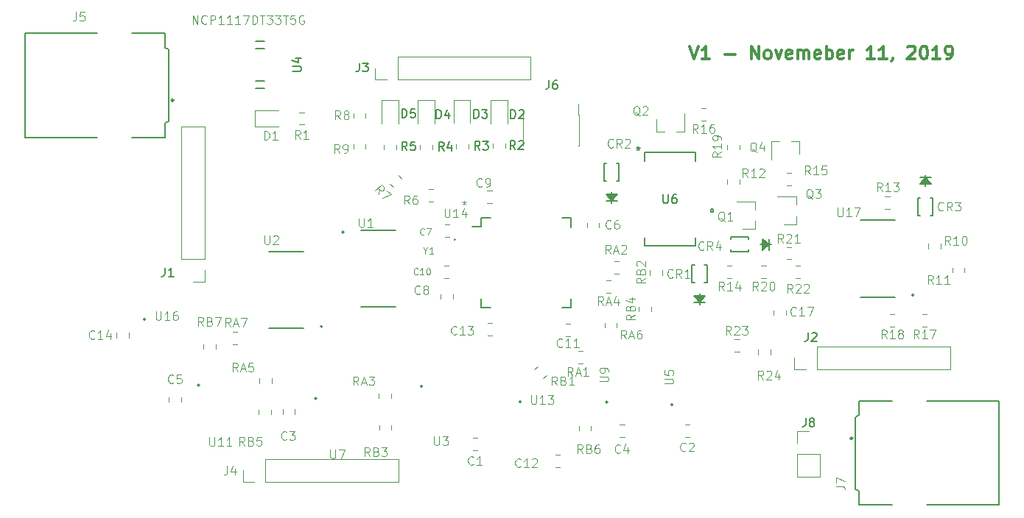
<source format=gbr>
%TF.GenerationSoftware,KiCad,Pcbnew,(5.0.1)-4*%
%TF.CreationDate,2019-11-11T16:36:49-05:00*%
%TF.ProjectId,new_synth_transistor,6E65775F73796E74685F7472616E7369,rev?*%
%TF.SameCoordinates,Original*%
%TF.FileFunction,Legend,Top*%
%TF.FilePolarity,Positive*%
%FSLAX46Y46*%
G04 Gerber Fmt 4.6, Leading zero omitted, Abs format (unit mm)*
G04 Created by KiCad (PCBNEW (5.0.1)-4) date 11/11/2019 4:36:49 PM*
%MOMM*%
%LPD*%
G01*
G04 APERTURE LIST*
%ADD10C,0.300000*%
%ADD11C,0.100000*%
%ADD12C,0.150000*%
%ADD13C,0.120000*%
%ADD14C,0.152400*%
%ADD15C,0.200000*%
%ADD16C,0.127000*%
%ADD17C,0.240000*%
%ADD18C,0.050000*%
G04 APERTURE END LIST*
D10*
X188963768Y-49978571D02*
X189463768Y-51478571D01*
X189963768Y-49978571D01*
X191249482Y-51478571D02*
X190392340Y-51478571D01*
X190820911Y-51478571D02*
X190820911Y-49978571D01*
X190678054Y-50192857D01*
X190535197Y-50335714D01*
X190392340Y-50407142D01*
X193035197Y-50907142D02*
X194178054Y-50907142D01*
X196035197Y-51478571D02*
X196035197Y-49978571D01*
X196892340Y-51478571D01*
X196892340Y-49978571D01*
X197820911Y-51478571D02*
X197678054Y-51407142D01*
X197606625Y-51335714D01*
X197535197Y-51192857D01*
X197535197Y-50764285D01*
X197606625Y-50621428D01*
X197678054Y-50550000D01*
X197820911Y-50478571D01*
X198035197Y-50478571D01*
X198178054Y-50550000D01*
X198249482Y-50621428D01*
X198320911Y-50764285D01*
X198320911Y-51192857D01*
X198249482Y-51335714D01*
X198178054Y-51407142D01*
X198035197Y-51478571D01*
X197820911Y-51478571D01*
X198820911Y-50478571D02*
X199178054Y-51478571D01*
X199535197Y-50478571D01*
X200678054Y-51407142D02*
X200535197Y-51478571D01*
X200249482Y-51478571D01*
X200106625Y-51407142D01*
X200035197Y-51264285D01*
X200035197Y-50692857D01*
X200106625Y-50550000D01*
X200249482Y-50478571D01*
X200535197Y-50478571D01*
X200678054Y-50550000D01*
X200749482Y-50692857D01*
X200749482Y-50835714D01*
X200035197Y-50978571D01*
X201392340Y-51478571D02*
X201392340Y-50478571D01*
X201392340Y-50621428D02*
X201463768Y-50550000D01*
X201606625Y-50478571D01*
X201820911Y-50478571D01*
X201963768Y-50550000D01*
X202035197Y-50692857D01*
X202035197Y-51478571D01*
X202035197Y-50692857D02*
X202106625Y-50550000D01*
X202249482Y-50478571D01*
X202463768Y-50478571D01*
X202606625Y-50550000D01*
X202678054Y-50692857D01*
X202678054Y-51478571D01*
X203963768Y-51407142D02*
X203820911Y-51478571D01*
X203535197Y-51478571D01*
X203392340Y-51407142D01*
X203320911Y-51264285D01*
X203320911Y-50692857D01*
X203392340Y-50550000D01*
X203535197Y-50478571D01*
X203820911Y-50478571D01*
X203963768Y-50550000D01*
X204035197Y-50692857D01*
X204035197Y-50835714D01*
X203320911Y-50978571D01*
X204678054Y-51478571D02*
X204678054Y-49978571D01*
X204678054Y-50550000D02*
X204820911Y-50478571D01*
X205106625Y-50478571D01*
X205249482Y-50550000D01*
X205320911Y-50621428D01*
X205392340Y-50764285D01*
X205392340Y-51192857D01*
X205320911Y-51335714D01*
X205249482Y-51407142D01*
X205106625Y-51478571D01*
X204820911Y-51478571D01*
X204678054Y-51407142D01*
X206606625Y-51407142D02*
X206463768Y-51478571D01*
X206178054Y-51478571D01*
X206035197Y-51407142D01*
X205963768Y-51264285D01*
X205963768Y-50692857D01*
X206035197Y-50550000D01*
X206178054Y-50478571D01*
X206463768Y-50478571D01*
X206606625Y-50550000D01*
X206678054Y-50692857D01*
X206678054Y-50835714D01*
X205963768Y-50978571D01*
X207320911Y-51478571D02*
X207320911Y-50478571D01*
X207320911Y-50764285D02*
X207392340Y-50621428D01*
X207463768Y-50550000D01*
X207606625Y-50478571D01*
X207749482Y-50478571D01*
X210178054Y-51478571D02*
X209320911Y-51478571D01*
X209749482Y-51478571D02*
X209749482Y-49978571D01*
X209606625Y-50192857D01*
X209463768Y-50335714D01*
X209320911Y-50407142D01*
X211606625Y-51478571D02*
X210749482Y-51478571D01*
X211178054Y-51478571D02*
X211178054Y-49978571D01*
X211035197Y-50192857D01*
X210892340Y-50335714D01*
X210749482Y-50407142D01*
X212320911Y-51407142D02*
X212320911Y-51478571D01*
X212249482Y-51621428D01*
X212178054Y-51692857D01*
X214035197Y-50121428D02*
X214106625Y-50050000D01*
X214249482Y-49978571D01*
X214606625Y-49978571D01*
X214749482Y-50050000D01*
X214820911Y-50121428D01*
X214892340Y-50264285D01*
X214892340Y-50407142D01*
X214820911Y-50621428D01*
X213963768Y-51478571D01*
X214892340Y-51478571D01*
X215820911Y-49978571D02*
X215963768Y-49978571D01*
X216106625Y-50050000D01*
X216178054Y-50121428D01*
X216249482Y-50264285D01*
X216320911Y-50550000D01*
X216320911Y-50907142D01*
X216249482Y-51192857D01*
X216178054Y-51335714D01*
X216106625Y-51407142D01*
X215963768Y-51478571D01*
X215820911Y-51478571D01*
X215678054Y-51407142D01*
X215606625Y-51335714D01*
X215535197Y-51192857D01*
X215463768Y-50907142D01*
X215463768Y-50550000D01*
X215535197Y-50264285D01*
X215606625Y-50121428D01*
X215678054Y-50050000D01*
X215820911Y-49978571D01*
X217749482Y-51478571D02*
X216892340Y-51478571D01*
X217320911Y-51478571D02*
X217320911Y-49978571D01*
X217178054Y-50192857D01*
X217035197Y-50335714D01*
X216892340Y-50407142D01*
X218463768Y-51478571D02*
X218749482Y-51478571D01*
X218892340Y-51407142D01*
X218963768Y-51335714D01*
X219106625Y-51121428D01*
X219178054Y-50835714D01*
X219178054Y-50264285D01*
X219106625Y-50121428D01*
X219035197Y-50050000D01*
X218892340Y-49978571D01*
X218606625Y-49978571D01*
X218463768Y-50050000D01*
X218392340Y-50121428D01*
X218320911Y-50264285D01*
X218320911Y-50621428D01*
X218392340Y-50764285D01*
X218463768Y-50835714D01*
X218606625Y-50907142D01*
X218892340Y-50907142D01*
X219035197Y-50835714D01*
X219106625Y-50764285D01*
X219178054Y-50621428D01*
D11*
X163068000Y-67778380D02*
X163068000Y-68016476D01*
X163306095Y-67921238D02*
X163068000Y-68016476D01*
X162829904Y-67921238D01*
X163210857Y-68206952D02*
X163068000Y-68016476D01*
X162925142Y-68206952D01*
D12*
X165005000Y-69755000D02*
X165005000Y-70755000D01*
X175355000Y-69755000D02*
X175355000Y-70830000D01*
X175355000Y-80105000D02*
X175355000Y-79030000D01*
X165005000Y-80105000D02*
X165005000Y-79030000D01*
X165005000Y-69755000D02*
X166080000Y-69755000D01*
X165005000Y-80105000D02*
X166080000Y-80105000D01*
X175355000Y-80105000D02*
X174280000Y-80105000D01*
X175355000Y-69755000D02*
X174280000Y-69755000D01*
X165005000Y-70755000D02*
X163980000Y-70755000D01*
D13*
X164545778Y-95048000D02*
X164028622Y-95048000D01*
X164545778Y-96468000D02*
X164028622Y-96468000D01*
X188412622Y-93574800D02*
X188929778Y-93574800D01*
X188412622Y-94994800D02*
X188929778Y-94994800D01*
X143610400Y-91791022D02*
X143610400Y-92308178D01*
X142190400Y-91791022D02*
X142190400Y-92308178D01*
X180945022Y-94994800D02*
X181462178Y-94994800D01*
X180945022Y-93574800D02*
X181462178Y-93574800D01*
X130504000Y-90419422D02*
X130504000Y-90936578D01*
X129084000Y-90419422D02*
X129084000Y-90936578D01*
X177140800Y-70302622D02*
X177140800Y-70819778D01*
X178560800Y-70302622D02*
X178560800Y-70819778D01*
X161370778Y-70537000D02*
X160853622Y-70537000D01*
X161370778Y-71957000D02*
X160853622Y-71957000D01*
X160326000Y-78532222D02*
X160326000Y-79049378D01*
X161746000Y-78532222D02*
X161746000Y-79049378D01*
X165705022Y-66650800D02*
X166222178Y-66650800D01*
X165705022Y-68070800D02*
X166222178Y-68070800D01*
X160726622Y-75236000D02*
X161243778Y-75236000D01*
X160726622Y-76656000D02*
X161243778Y-76656000D01*
X175213778Y-81941600D02*
X174696622Y-81941600D01*
X175213778Y-83361600D02*
X174696622Y-83361600D01*
X174045378Y-98449200D02*
X173528222Y-98449200D01*
X174045378Y-97029200D02*
X173528222Y-97029200D01*
X166272978Y-83310800D02*
X165755822Y-83310800D01*
X166272978Y-81890800D02*
X165755822Y-81890800D01*
X123074121Y-82989346D02*
X123074121Y-83506502D01*
X124494121Y-82989346D02*
X124494121Y-83506502D01*
X198629200Y-80411822D02*
X198629200Y-80928978D01*
X200049200Y-80411822D02*
X200049200Y-80928978D01*
D14*
X189519560Y-75120500D02*
X189242700Y-75120500D01*
X190667640Y-77177900D02*
X190944500Y-77177900D01*
X189242700Y-77177900D02*
X189519560Y-77177900D01*
X189242700Y-75120500D02*
X189242700Y-77177900D01*
X190944500Y-75120500D02*
X190667640Y-75120500D01*
X190944500Y-77177900D02*
X190944500Y-75120500D01*
X189458600Y-78740000D02*
X190728600Y-78740000D01*
X190093600Y-79502000D02*
X190220600Y-78740000D01*
X190093600Y-79502000D02*
X190347600Y-78740000D01*
X190093600Y-79502000D02*
X190474600Y-78740000D01*
X190093600Y-79502000D02*
X190601600Y-78740000D01*
X190093600Y-79502000D02*
X190728600Y-78740000D01*
X190093600Y-79502000D02*
X189966600Y-78740000D01*
X190093600Y-79502000D02*
X189839600Y-78740000D01*
X190093600Y-79502000D02*
X189712600Y-78740000D01*
X190093600Y-79502000D02*
X189585600Y-78740000D01*
X190093600Y-79502000D02*
X189458600Y-78740000D01*
X189458600Y-79502000D02*
X190728600Y-79502000D01*
X190093600Y-78486000D02*
X190093600Y-79756000D01*
X179984400Y-66802000D02*
X179984400Y-68072000D01*
X179349400Y-67818000D02*
X180619400Y-67818000D01*
X179984400Y-67818000D02*
X179349400Y-67056000D01*
X179984400Y-67818000D02*
X179476400Y-67056000D01*
X179984400Y-67818000D02*
X179603400Y-67056000D01*
X179984400Y-67818000D02*
X179730400Y-67056000D01*
X179984400Y-67818000D02*
X179857400Y-67056000D01*
X179984400Y-67818000D02*
X180619400Y-67056000D01*
X179984400Y-67818000D02*
X180492400Y-67056000D01*
X179984400Y-67818000D02*
X180365400Y-67056000D01*
X179984400Y-67818000D02*
X180238400Y-67056000D01*
X179984400Y-67818000D02*
X180111400Y-67056000D01*
X179349400Y-67056000D02*
X180619400Y-67056000D01*
X180835300Y-65493900D02*
X180835300Y-63436500D01*
X180835300Y-63436500D02*
X180558440Y-63436500D01*
X179133500Y-63436500D02*
X179133500Y-65493900D01*
X179133500Y-65493900D02*
X179410360Y-65493900D01*
X180558440Y-65493900D02*
X180835300Y-65493900D01*
X179410360Y-63436500D02*
X179133500Y-63436500D01*
X216052400Y-66141600D02*
X216052400Y-64871600D01*
X216687400Y-65125600D02*
X215417400Y-65125600D01*
X216052400Y-65125600D02*
X216687400Y-65887600D01*
X216052400Y-65125600D02*
X216560400Y-65887600D01*
X216052400Y-65125600D02*
X216433400Y-65887600D01*
X216052400Y-65125600D02*
X216306400Y-65887600D01*
X216052400Y-65125600D02*
X216179400Y-65887600D01*
X216052400Y-65125600D02*
X215417400Y-65887600D01*
X216052400Y-65125600D02*
X215544400Y-65887600D01*
X216052400Y-65125600D02*
X215671400Y-65887600D01*
X216052400Y-65125600D02*
X215798400Y-65887600D01*
X216052400Y-65125600D02*
X215925400Y-65887600D01*
X216687400Y-65887600D02*
X215417400Y-65887600D01*
X215201500Y-67449700D02*
X215201500Y-69507100D01*
X215201500Y-69507100D02*
X215478360Y-69507100D01*
X216903300Y-69507100D02*
X216903300Y-67449700D01*
X216903300Y-67449700D02*
X216626440Y-67449700D01*
X215478360Y-67449700D02*
X215201500Y-67449700D01*
X216626440Y-69507100D02*
X216903300Y-69507100D01*
X193687700Y-73370440D02*
X193687700Y-73647300D01*
X195745100Y-72222360D02*
X195745100Y-71945500D01*
X195745100Y-73647300D02*
X195745100Y-73370440D01*
X193687700Y-73647300D02*
X195745100Y-73647300D01*
X193687700Y-71945500D02*
X193687700Y-72222360D01*
X195745100Y-71945500D02*
X193687700Y-71945500D01*
X197307200Y-73431400D02*
X197307200Y-72161400D01*
X198069200Y-72796400D02*
X197307200Y-72669400D01*
X198069200Y-72796400D02*
X197307200Y-72542400D01*
X198069200Y-72796400D02*
X197307200Y-72415400D01*
X198069200Y-72796400D02*
X197307200Y-72288400D01*
X198069200Y-72796400D02*
X197307200Y-72161400D01*
X198069200Y-72796400D02*
X197307200Y-72923400D01*
X198069200Y-72796400D02*
X197307200Y-73050400D01*
X198069200Y-72796400D02*
X197307200Y-73177400D01*
X198069200Y-72796400D02*
X197307200Y-73304400D01*
X198069200Y-72796400D02*
X197307200Y-73431400D01*
X198069200Y-73431400D02*
X198069200Y-72161400D01*
X197053200Y-72796400D02*
X198323200Y-72796400D01*
D13*
X141665200Y-57358400D02*
X138980200Y-57358400D01*
X138980200Y-57358400D02*
X138980200Y-59278400D01*
X138980200Y-59278400D02*
X141665200Y-59278400D01*
X168016056Y-58872021D02*
X168016056Y-56187021D01*
X168016056Y-56187021D02*
X166096056Y-56187021D01*
X166096056Y-56187021D02*
X166096056Y-58872021D01*
X161840625Y-56174576D02*
X161840625Y-58859576D01*
X163760625Y-56174576D02*
X161840625Y-56174576D01*
X163760625Y-58859576D02*
X163760625Y-56174576D01*
X159634056Y-58872021D02*
X159634056Y-56187021D01*
X159634056Y-56187021D02*
X157714056Y-56187021D01*
X157714056Y-56187021D02*
X157714056Y-58872021D01*
X153599256Y-56187021D02*
X153599256Y-58872021D01*
X155519256Y-56187021D02*
X153599256Y-56187021D01*
X155519256Y-58872021D02*
X155519256Y-56187021D01*
X218906400Y-87182000D02*
X218906400Y-84522000D01*
X203606400Y-87182000D02*
X218906400Y-87182000D01*
X203606400Y-84522000D02*
X218906400Y-84522000D01*
X203606400Y-87182000D02*
X203606400Y-84522000D01*
X202336400Y-87182000D02*
X201006400Y-87182000D01*
X201006400Y-87182000D02*
X201006400Y-85852000D01*
X170697200Y-53857200D02*
X170697200Y-51197200D01*
X155397200Y-53857200D02*
X170697200Y-53857200D01*
X155397200Y-51197200D02*
X170697200Y-51197200D01*
X155397200Y-53857200D02*
X155397200Y-51197200D01*
X154127200Y-53857200D02*
X152797200Y-53857200D01*
X152797200Y-53857200D02*
X152797200Y-52527200D01*
X137608000Y-100136000D02*
X137608000Y-98806000D01*
X138938000Y-100136000D02*
X137608000Y-100136000D01*
X140208000Y-100136000D02*
X140208000Y-97476000D01*
X140208000Y-97476000D02*
X155508000Y-97476000D01*
X140208000Y-100136000D02*
X155508000Y-100136000D01*
X155508000Y-100136000D02*
X155508000Y-97476000D01*
X176259800Y-57925000D02*
X176259800Y-61455000D01*
X169789800Y-57925000D02*
X169789800Y-61455000D01*
X176194800Y-56600000D02*
X176194800Y-57925000D01*
X176259800Y-57925000D02*
X176194800Y-57925000D01*
X176259800Y-61455000D02*
X176194800Y-61455000D01*
X169854800Y-57925000D02*
X169789800Y-57925000D01*
X169854800Y-61455000D02*
X169789800Y-61455000D01*
X144632178Y-57608400D02*
X144115022Y-57608400D01*
X144632178Y-59028400D02*
X144115022Y-59028400D01*
X166346056Y-61686599D02*
X166346056Y-61169443D01*
X167766056Y-61686599D02*
X167766056Y-61169443D01*
X163510625Y-61775754D02*
X163510625Y-61258598D01*
X162090625Y-61775754D02*
X162090625Y-61258598D01*
X157964056Y-61838999D02*
X157964056Y-61321843D01*
X159384056Y-61838999D02*
X159384056Y-61321843D01*
X155268076Y-61891255D02*
X155268076Y-61374099D01*
X153848076Y-61891255D02*
X153848076Y-61374099D01*
X159516578Y-67867600D02*
X158999422Y-67867600D01*
X159516578Y-66447600D02*
X158999422Y-66447600D01*
X155878888Y-65212796D02*
X155513204Y-64847112D01*
X154874796Y-66216888D02*
X154509112Y-65851204D01*
X151738400Y-57704222D02*
X151738400Y-58221378D01*
X150318400Y-57704222D02*
X150318400Y-58221378D01*
X150318400Y-61260222D02*
X150318400Y-61777378D01*
X151738400Y-61260222D02*
X151738400Y-61777378D01*
X216409200Y-73258178D02*
X216409200Y-72741022D01*
X217829200Y-73258178D02*
X217829200Y-72741022D01*
X219152400Y-75484222D02*
X219152400Y-76001378D01*
X220572400Y-75484222D02*
X220572400Y-76001378D01*
X194715200Y-65841378D02*
X194715200Y-65324222D01*
X193295200Y-65841378D02*
X193295200Y-65324222D01*
X211942178Y-68731200D02*
X211425022Y-68731200D01*
X211942178Y-67311200D02*
X211425022Y-67311200D01*
X193806578Y-76706800D02*
X193289422Y-76706800D01*
X193806578Y-75286800D02*
X193289422Y-75286800D01*
X200147422Y-66038800D02*
X200664578Y-66038800D01*
X200147422Y-64618800D02*
X200664578Y-64618800D01*
X190809378Y-58571200D02*
X190292222Y-58571200D01*
X190809378Y-57151200D02*
X190292222Y-57151200D01*
X216209378Y-82244000D02*
X215692222Y-82244000D01*
X216209378Y-80824000D02*
X215692222Y-80824000D01*
X212500978Y-80824000D02*
X211983822Y-80824000D01*
X212500978Y-82244000D02*
X211983822Y-82244000D01*
X194715200Y-61361822D02*
X194715200Y-61878978D01*
X193295200Y-61361822D02*
X193295200Y-61878978D01*
X197718178Y-76706800D02*
X197201022Y-76706800D01*
X197718178Y-75286800D02*
X197201022Y-75286800D01*
X200096622Y-73102400D02*
X200613778Y-73102400D01*
X200096622Y-74522400D02*
X200613778Y-74522400D01*
X201163422Y-76706800D02*
X201680578Y-76706800D01*
X201163422Y-75286800D02*
X201680578Y-75286800D01*
X194153022Y-83719600D02*
X194670178Y-83719600D01*
X194153022Y-85139600D02*
X194670178Y-85139600D01*
X196851200Y-84933022D02*
X196851200Y-85450178D01*
X198271200Y-84933022D02*
X198271200Y-85450178D01*
X176169822Y-85091200D02*
X176686978Y-85091200D01*
X176169822Y-86511200D02*
X176686978Y-86511200D01*
X180852578Y-74728000D02*
X180335422Y-74728000D01*
X180852578Y-76148000D02*
X180335422Y-76148000D01*
X154634000Y-90479378D02*
X154634000Y-89962222D01*
X153214000Y-90479378D02*
X153214000Y-89962222D01*
X179887378Y-78383200D02*
X179370222Y-78383200D01*
X179887378Y-76963200D02*
X179370222Y-76963200D01*
X139498000Y-88752178D02*
X139498000Y-88235022D01*
X140918000Y-88752178D02*
X140918000Y-88235022D01*
X179172800Y-82351378D02*
X179172800Y-81834222D01*
X180592800Y-82351378D02*
X180592800Y-81834222D01*
X136444222Y-84326800D02*
X136961378Y-84326800D01*
X136444222Y-82906800D02*
X136961378Y-82906800D01*
X172124804Y-88213288D02*
X172490488Y-87847604D01*
X171120712Y-87209196D02*
X171486396Y-86843512D01*
X185825200Y-76306178D02*
X185825200Y-75789022D01*
X184405200Y-76306178D02*
X184405200Y-75789022D01*
X153264800Y-94164678D02*
X153264800Y-93647522D01*
X154684800Y-94164678D02*
X154684800Y-93647522D01*
X184555200Y-80471778D02*
X184555200Y-79954622D01*
X183135200Y-80471778D02*
X183135200Y-79954622D01*
X140867200Y-92358978D02*
X140867200Y-91841822D01*
X139447200Y-92358978D02*
X139447200Y-91841822D01*
X177646400Y-94238578D02*
X177646400Y-93721422D01*
X176226400Y-94238578D02*
X176226400Y-93721422D01*
X133081721Y-84827302D02*
X133081721Y-84310146D01*
X134501721Y-84827302D02*
X134501721Y-84310146D01*
D15*
X149217000Y-71380400D02*
G75*
G03X149217000Y-71380400I-100000J0D01*
G01*
D16*
X151162000Y-71160400D02*
X155162000Y-71160400D01*
X151162000Y-80020400D02*
X155162000Y-80020400D01*
X144595600Y-73598800D02*
X140595600Y-73598800D01*
X144595600Y-82458800D02*
X140595600Y-82458800D01*
D15*
X146740600Y-82238800D02*
G75*
G03X146740600Y-82238800I-100000J0D01*
G01*
X214711000Y-78632000D02*
G75*
G03X214711000Y-78632000I-100000J0D01*
G01*
D16*
X212566000Y-78852000D02*
X208566000Y-78852000D01*
X212566000Y-69992000D02*
X208566000Y-69992000D01*
D11*
X162061000Y-72271600D02*
G75*
G03X162061000Y-72271600I-110000J0D01*
G01*
D13*
X133206800Y-59223600D02*
X130546800Y-59223600D01*
X133206800Y-74523600D02*
X133206800Y-59223600D01*
X130546800Y-74523600D02*
X130546800Y-59223600D01*
X133206800Y-74523600D02*
X130546800Y-74523600D01*
X133206800Y-75793600D02*
X133206800Y-77123600D01*
X133206800Y-77123600D02*
X131876800Y-77123600D01*
X196492400Y-71023600D02*
X196492400Y-70093600D01*
X196492400Y-67863600D02*
X196492400Y-68793600D01*
X196492400Y-67863600D02*
X194332400Y-67863600D01*
X196492400Y-71023600D02*
X195032400Y-71023600D01*
X185160800Y-59840400D02*
X185160800Y-58380400D01*
X188320800Y-59840400D02*
X188320800Y-57680400D01*
X188320800Y-59840400D02*
X187390800Y-59840400D01*
X185160800Y-59840400D02*
X186090800Y-59840400D01*
X201216800Y-70464800D02*
X199756800Y-70464800D01*
X201216800Y-67304800D02*
X199056800Y-67304800D01*
X201216800Y-67304800D02*
X201216800Y-68234800D01*
X201216800Y-70464800D02*
X201216800Y-69534800D01*
X201528800Y-60911200D02*
X200598800Y-60911200D01*
X198368800Y-60911200D02*
X199298800Y-60911200D01*
X198368800Y-60911200D02*
X198368800Y-63071200D01*
X201528800Y-60911200D02*
X201528800Y-62371200D01*
D14*
X140065760Y-49386300D02*
X139052300Y-49386300D01*
X140065760Y-53966300D02*
X139052300Y-53966300D01*
X140065760Y-50275300D02*
X139052300Y-50275300D01*
X140065760Y-54855300D02*
X139052300Y-54855300D01*
D16*
X158267400Y-89103200D02*
G75*
G03X158267400Y-89103200I-127000J0D01*
G01*
X187020200Y-91236800D02*
G75*
G03X187020200Y-91236800I-127000J0D01*
G01*
X146075400Y-90525600D02*
G75*
G03X146075400Y-90525600I-127000J0D01*
G01*
X179552600Y-90982800D02*
G75*
G03X179552600Y-90982800I-127000J0D01*
G01*
X132613400Y-89001600D02*
G75*
G03X132613400Y-89001600I-127000J0D01*
G01*
X169595800Y-90881200D02*
G75*
G03X169595800Y-90881200I-127000J0D01*
G01*
X126400321Y-81419124D02*
G75*
G03X126400321Y-81419124I-127000J0D01*
G01*
D14*
X183769000Y-72986900D02*
X189611000Y-72986900D01*
X189611000Y-72986900D02*
X189611000Y-72036940D01*
X189611000Y-62242700D02*
X183769000Y-62242700D01*
X183769000Y-62242700D02*
X183769000Y-63192660D01*
X183769000Y-72036940D02*
X183769000Y-72986900D01*
X189611000Y-63192660D02*
X189611000Y-62242700D01*
X191655700Y-68694300D02*
X191655700Y-69075300D01*
X191655700Y-69075300D02*
X191401700Y-69075300D01*
X191401700Y-69075300D02*
X191401700Y-68694300D01*
X191401700Y-68694300D02*
X191655700Y-68694300D01*
D16*
X128667600Y-48499200D02*
X128667600Y-50149200D01*
X128667600Y-50149200D02*
X129067600Y-50349200D01*
X129067600Y-50349200D02*
X129067600Y-58649200D01*
X129067600Y-58649200D02*
X128667600Y-58849200D01*
X128667600Y-58849200D02*
X128667600Y-60499200D01*
X128667600Y-60499200D02*
X124867600Y-60499200D01*
X120867600Y-60499200D02*
X112567600Y-60499200D01*
X112567600Y-60499200D02*
X112567600Y-48499200D01*
X112567600Y-48499200D02*
X120867600Y-48499200D01*
X124867600Y-48499200D02*
X128667600Y-48499200D01*
D17*
X129637600Y-56199200D02*
G75*
G03X129637600Y-56199200I-120000J0D01*
G01*
D13*
X201298500Y-99531480D02*
X203958500Y-99531480D01*
X201298500Y-96931480D02*
X201298500Y-99531480D01*
X203958500Y-96931480D02*
X203958500Y-99531480D01*
X201298500Y-96931480D02*
X203958500Y-96931480D01*
X201298500Y-95661480D02*
X201298500Y-94331480D01*
X201298500Y-94331480D02*
X202628500Y-94331480D01*
D16*
X208397980Y-102801940D02*
X208397980Y-101151940D01*
X208397980Y-101151940D02*
X207997980Y-100951940D01*
X207997980Y-100951940D02*
X207997980Y-92651940D01*
X207997980Y-92651940D02*
X208397980Y-92451940D01*
X208397980Y-92451940D02*
X208397980Y-90801940D01*
X208397980Y-90801940D02*
X212197980Y-90801940D01*
X216197980Y-90801940D02*
X224497980Y-90801940D01*
X224497980Y-90801940D02*
X224497980Y-102801940D01*
X224497980Y-102801940D02*
X216197980Y-102801940D01*
X212197980Y-102801940D02*
X208397980Y-102801940D01*
D17*
X207667980Y-95101940D02*
G75*
G03X207667980Y-95101940I-120000J0D01*
G01*
D11*
X160813904Y-68692780D02*
X160813904Y-69502304D01*
X160861523Y-69597542D01*
X160909142Y-69645161D01*
X161004380Y-69692780D01*
X161194857Y-69692780D01*
X161290095Y-69645161D01*
X161337714Y-69597542D01*
X161385333Y-69502304D01*
X161385333Y-68692780D01*
X162385333Y-69692780D02*
X161813904Y-69692780D01*
X162099619Y-69692780D02*
X162099619Y-68692780D01*
X162004380Y-68835638D01*
X161909142Y-68930876D01*
X161813904Y-68978495D01*
X163242476Y-69026114D02*
X163242476Y-69692780D01*
X163004380Y-68645161D02*
X162766285Y-69359447D01*
X163385333Y-69359447D01*
X164120533Y-98096342D02*
X164072914Y-98143961D01*
X163930057Y-98191580D01*
X163834819Y-98191580D01*
X163691961Y-98143961D01*
X163596723Y-98048723D01*
X163549104Y-97953485D01*
X163501485Y-97763009D01*
X163501485Y-97620152D01*
X163549104Y-97429676D01*
X163596723Y-97334438D01*
X163691961Y-97239200D01*
X163834819Y-97191580D01*
X163930057Y-97191580D01*
X164072914Y-97239200D01*
X164120533Y-97286819D01*
X165072914Y-98191580D02*
X164501485Y-98191580D01*
X164787200Y-98191580D02*
X164787200Y-97191580D01*
X164691961Y-97334438D01*
X164596723Y-97429676D01*
X164501485Y-97477295D01*
X188504533Y-96521542D02*
X188456914Y-96569161D01*
X188314057Y-96616780D01*
X188218819Y-96616780D01*
X188075961Y-96569161D01*
X187980723Y-96473923D01*
X187933104Y-96378685D01*
X187885485Y-96188209D01*
X187885485Y-96045352D01*
X187933104Y-95854876D01*
X187980723Y-95759638D01*
X188075961Y-95664400D01*
X188218819Y-95616780D01*
X188314057Y-95616780D01*
X188456914Y-95664400D01*
X188504533Y-95712019D01*
X188885485Y-95712019D02*
X188933104Y-95664400D01*
X189028342Y-95616780D01*
X189266438Y-95616780D01*
X189361676Y-95664400D01*
X189409295Y-95712019D01*
X189456914Y-95807257D01*
X189456914Y-95902495D01*
X189409295Y-96045352D01*
X188837866Y-96616780D01*
X189456914Y-96616780D01*
X142632133Y-95200742D02*
X142584514Y-95248361D01*
X142441657Y-95295980D01*
X142346419Y-95295980D01*
X142203561Y-95248361D01*
X142108323Y-95153123D01*
X142060704Y-95057885D01*
X142013085Y-94867409D01*
X142013085Y-94724552D01*
X142060704Y-94534076D01*
X142108323Y-94438838D01*
X142203561Y-94343600D01*
X142346419Y-94295980D01*
X142441657Y-94295980D01*
X142584514Y-94343600D01*
X142632133Y-94391219D01*
X142965466Y-94295980D02*
X143584514Y-94295980D01*
X143251180Y-94676933D01*
X143394038Y-94676933D01*
X143489276Y-94724552D01*
X143536895Y-94772171D01*
X143584514Y-94867409D01*
X143584514Y-95105504D01*
X143536895Y-95200742D01*
X143489276Y-95248361D01*
X143394038Y-95295980D01*
X143108323Y-95295980D01*
X143013085Y-95248361D01*
X142965466Y-95200742D01*
X180986133Y-96724742D02*
X180938514Y-96772361D01*
X180795657Y-96819980D01*
X180700419Y-96819980D01*
X180557561Y-96772361D01*
X180462323Y-96677123D01*
X180414704Y-96581885D01*
X180367085Y-96391409D01*
X180367085Y-96248552D01*
X180414704Y-96058076D01*
X180462323Y-95962838D01*
X180557561Y-95867600D01*
X180700419Y-95819980D01*
X180795657Y-95819980D01*
X180938514Y-95867600D01*
X180986133Y-95915219D01*
X181843276Y-96153314D02*
X181843276Y-96819980D01*
X181605180Y-95772361D02*
X181367085Y-96486647D01*
X181986133Y-96486647D01*
X129627333Y-88698342D02*
X129579714Y-88745961D01*
X129436857Y-88793580D01*
X129341619Y-88793580D01*
X129198761Y-88745961D01*
X129103523Y-88650723D01*
X129055904Y-88555485D01*
X129008285Y-88365009D01*
X129008285Y-88222152D01*
X129055904Y-88031676D01*
X129103523Y-87936438D01*
X129198761Y-87841200D01*
X129341619Y-87793580D01*
X129436857Y-87793580D01*
X129579714Y-87841200D01*
X129627333Y-87888819D01*
X130532095Y-87793580D02*
X130055904Y-87793580D01*
X130008285Y-88269771D01*
X130055904Y-88222152D01*
X130151142Y-88174533D01*
X130389238Y-88174533D01*
X130484476Y-88222152D01*
X130532095Y-88269771D01*
X130579714Y-88365009D01*
X130579714Y-88603104D01*
X130532095Y-88698342D01*
X130484476Y-88745961D01*
X130389238Y-88793580D01*
X130151142Y-88793580D01*
X130055904Y-88745961D01*
X130008285Y-88698342D01*
X179919333Y-70918342D02*
X179871714Y-70965961D01*
X179728857Y-71013580D01*
X179633619Y-71013580D01*
X179490761Y-70965961D01*
X179395523Y-70870723D01*
X179347904Y-70775485D01*
X179300285Y-70585009D01*
X179300285Y-70442152D01*
X179347904Y-70251676D01*
X179395523Y-70156438D01*
X179490761Y-70061200D01*
X179633619Y-70013580D01*
X179728857Y-70013580D01*
X179871714Y-70061200D01*
X179919333Y-70108819D01*
X180776476Y-70013580D02*
X180586000Y-70013580D01*
X180490761Y-70061200D01*
X180443142Y-70108819D01*
X180347904Y-70251676D01*
X180300285Y-70442152D01*
X180300285Y-70823104D01*
X180347904Y-70918342D01*
X180395523Y-70965961D01*
X180490761Y-71013580D01*
X180681238Y-71013580D01*
X180776476Y-70965961D01*
X180824095Y-70918342D01*
X180871714Y-70823104D01*
X180871714Y-70585009D01*
X180824095Y-70489771D01*
X180776476Y-70442152D01*
X180681238Y-70394533D01*
X180490761Y-70394533D01*
X180395523Y-70442152D01*
X180347904Y-70489771D01*
X180300285Y-70585009D01*
X158447200Y-71641857D02*
X158411485Y-71677571D01*
X158304342Y-71713285D01*
X158232914Y-71713285D01*
X158125771Y-71677571D01*
X158054342Y-71606142D01*
X158018628Y-71534714D01*
X157982914Y-71391857D01*
X157982914Y-71284714D01*
X158018628Y-71141857D01*
X158054342Y-71070428D01*
X158125771Y-70999000D01*
X158232914Y-70963285D01*
X158304342Y-70963285D01*
X158411485Y-70999000D01*
X158447200Y-71034714D01*
X158697200Y-70963285D02*
X159197200Y-70963285D01*
X158875771Y-71713285D01*
X157973733Y-78436742D02*
X157926114Y-78484361D01*
X157783257Y-78531980D01*
X157688019Y-78531980D01*
X157545161Y-78484361D01*
X157449923Y-78389123D01*
X157402304Y-78293885D01*
X157354685Y-78103409D01*
X157354685Y-77960552D01*
X157402304Y-77770076D01*
X157449923Y-77674838D01*
X157545161Y-77579600D01*
X157688019Y-77531980D01*
X157783257Y-77531980D01*
X157926114Y-77579600D01*
X157973733Y-77627219D01*
X158545161Y-77960552D02*
X158449923Y-77912933D01*
X158402304Y-77865314D01*
X158354685Y-77770076D01*
X158354685Y-77722457D01*
X158402304Y-77627219D01*
X158449923Y-77579600D01*
X158545161Y-77531980D01*
X158735638Y-77531980D01*
X158830876Y-77579600D01*
X158878495Y-77627219D01*
X158926114Y-77722457D01*
X158926114Y-77770076D01*
X158878495Y-77865314D01*
X158830876Y-77912933D01*
X158735638Y-77960552D01*
X158545161Y-77960552D01*
X158449923Y-78008171D01*
X158402304Y-78055790D01*
X158354685Y-78151028D01*
X158354685Y-78341504D01*
X158402304Y-78436742D01*
X158449923Y-78484361D01*
X158545161Y-78531980D01*
X158735638Y-78531980D01*
X158830876Y-78484361D01*
X158878495Y-78436742D01*
X158926114Y-78341504D01*
X158926114Y-78151028D01*
X158878495Y-78055790D01*
X158830876Y-78008171D01*
X158735638Y-77960552D01*
X165085733Y-66092342D02*
X165038114Y-66139961D01*
X164895257Y-66187580D01*
X164800019Y-66187580D01*
X164657161Y-66139961D01*
X164561923Y-66044723D01*
X164514304Y-65949485D01*
X164466685Y-65759009D01*
X164466685Y-65616152D01*
X164514304Y-65425676D01*
X164561923Y-65330438D01*
X164657161Y-65235200D01*
X164800019Y-65187580D01*
X164895257Y-65187580D01*
X165038114Y-65235200D01*
X165085733Y-65282819D01*
X165561923Y-66187580D02*
X165752400Y-66187580D01*
X165847638Y-66139961D01*
X165895257Y-66092342D01*
X165990495Y-65949485D01*
X166038114Y-65759009D01*
X166038114Y-65378057D01*
X165990495Y-65282819D01*
X165942876Y-65235200D01*
X165847638Y-65187580D01*
X165657161Y-65187580D01*
X165561923Y-65235200D01*
X165514304Y-65282819D01*
X165466685Y-65378057D01*
X165466685Y-65616152D01*
X165514304Y-65711390D01*
X165561923Y-65759009D01*
X165657161Y-65806628D01*
X165847638Y-65806628D01*
X165942876Y-65759009D01*
X165990495Y-65711390D01*
X166038114Y-65616152D01*
X157709057Y-76213857D02*
X157673342Y-76249571D01*
X157566200Y-76285285D01*
X157494771Y-76285285D01*
X157387628Y-76249571D01*
X157316200Y-76178142D01*
X157280485Y-76106714D01*
X157244771Y-75963857D01*
X157244771Y-75856714D01*
X157280485Y-75713857D01*
X157316200Y-75642428D01*
X157387628Y-75571000D01*
X157494771Y-75535285D01*
X157566200Y-75535285D01*
X157673342Y-75571000D01*
X157709057Y-75606714D01*
X158423342Y-76285285D02*
X157994771Y-76285285D01*
X158209057Y-76285285D02*
X158209057Y-75535285D01*
X158137628Y-75642428D01*
X158066200Y-75713857D01*
X157994771Y-75749571D01*
X158887628Y-75535285D02*
X158959057Y-75535285D01*
X159030485Y-75571000D01*
X159066200Y-75606714D01*
X159101914Y-75678142D01*
X159137628Y-75821000D01*
X159137628Y-75999571D01*
X159101914Y-76142428D01*
X159066200Y-76213857D01*
X159030485Y-76249571D01*
X158959057Y-76285285D01*
X158887628Y-76285285D01*
X158816200Y-76249571D01*
X158780485Y-76213857D01*
X158744771Y-76142428D01*
X158709057Y-75999571D01*
X158709057Y-75821000D01*
X158744771Y-75678142D01*
X158780485Y-75606714D01*
X158816200Y-75571000D01*
X158887628Y-75535285D01*
X174312342Y-84532742D02*
X174264723Y-84580361D01*
X174121866Y-84627980D01*
X174026628Y-84627980D01*
X173883771Y-84580361D01*
X173788533Y-84485123D01*
X173740914Y-84389885D01*
X173693295Y-84199409D01*
X173693295Y-84056552D01*
X173740914Y-83866076D01*
X173788533Y-83770838D01*
X173883771Y-83675600D01*
X174026628Y-83627980D01*
X174121866Y-83627980D01*
X174264723Y-83675600D01*
X174312342Y-83723219D01*
X175264723Y-84627980D02*
X174693295Y-84627980D01*
X174979009Y-84627980D02*
X174979009Y-83627980D01*
X174883771Y-83770838D01*
X174788533Y-83866076D01*
X174693295Y-83913695D01*
X176217104Y-84627980D02*
X175645676Y-84627980D01*
X175931390Y-84627980D02*
X175931390Y-83627980D01*
X175836152Y-83770838D01*
X175740914Y-83866076D01*
X175645676Y-83913695D01*
X169537142Y-98350342D02*
X169489523Y-98397961D01*
X169346666Y-98445580D01*
X169251428Y-98445580D01*
X169108571Y-98397961D01*
X169013333Y-98302723D01*
X168965714Y-98207485D01*
X168918095Y-98017009D01*
X168918095Y-97874152D01*
X168965714Y-97683676D01*
X169013333Y-97588438D01*
X169108571Y-97493200D01*
X169251428Y-97445580D01*
X169346666Y-97445580D01*
X169489523Y-97493200D01*
X169537142Y-97540819D01*
X170489523Y-98445580D02*
X169918095Y-98445580D01*
X170203809Y-98445580D02*
X170203809Y-97445580D01*
X170108571Y-97588438D01*
X170013333Y-97683676D01*
X169918095Y-97731295D01*
X170870476Y-97540819D02*
X170918095Y-97493200D01*
X171013333Y-97445580D01*
X171251428Y-97445580D01*
X171346666Y-97493200D01*
X171394285Y-97540819D01*
X171441904Y-97636057D01*
X171441904Y-97731295D01*
X171394285Y-97874152D01*
X170822857Y-98445580D01*
X171441904Y-98445580D01*
X162171142Y-83110342D02*
X162123523Y-83157961D01*
X161980666Y-83205580D01*
X161885428Y-83205580D01*
X161742571Y-83157961D01*
X161647333Y-83062723D01*
X161599714Y-82967485D01*
X161552095Y-82777009D01*
X161552095Y-82634152D01*
X161599714Y-82443676D01*
X161647333Y-82348438D01*
X161742571Y-82253200D01*
X161885428Y-82205580D01*
X161980666Y-82205580D01*
X162123523Y-82253200D01*
X162171142Y-82300819D01*
X163123523Y-83205580D02*
X162552095Y-83205580D01*
X162837809Y-83205580D02*
X162837809Y-82205580D01*
X162742571Y-82348438D01*
X162647333Y-82443676D01*
X162552095Y-82491295D01*
X163456857Y-82205580D02*
X164075904Y-82205580D01*
X163742571Y-82586533D01*
X163885428Y-82586533D01*
X163980666Y-82634152D01*
X164028285Y-82681771D01*
X164075904Y-82777009D01*
X164075904Y-83015104D01*
X164028285Y-83110342D01*
X163980666Y-83157961D01*
X163885428Y-83205580D01*
X163599714Y-83205580D01*
X163504476Y-83157961D01*
X163456857Y-83110342D01*
X120550463Y-83605066D02*
X120502844Y-83652685D01*
X120359987Y-83700304D01*
X120264749Y-83700304D01*
X120121892Y-83652685D01*
X120026654Y-83557447D01*
X119979035Y-83462209D01*
X119931416Y-83271733D01*
X119931416Y-83128876D01*
X119979035Y-82938400D01*
X120026654Y-82843162D01*
X120121892Y-82747924D01*
X120264749Y-82700304D01*
X120359987Y-82700304D01*
X120502844Y-82747924D01*
X120550463Y-82795543D01*
X121502844Y-83700304D02*
X120931416Y-83700304D01*
X121217130Y-83700304D02*
X121217130Y-82700304D01*
X121121892Y-82843162D01*
X121026654Y-82938400D01*
X120931416Y-82986019D01*
X122359987Y-83033638D02*
X122359987Y-83700304D01*
X122121892Y-82652685D02*
X121883797Y-83366971D01*
X122502844Y-83366971D01*
X201185542Y-80925942D02*
X201137923Y-80973561D01*
X200995066Y-81021180D01*
X200899828Y-81021180D01*
X200756971Y-80973561D01*
X200661733Y-80878323D01*
X200614114Y-80783085D01*
X200566495Y-80592609D01*
X200566495Y-80449752D01*
X200614114Y-80259276D01*
X200661733Y-80164038D01*
X200756971Y-80068800D01*
X200899828Y-80021180D01*
X200995066Y-80021180D01*
X201137923Y-80068800D01*
X201185542Y-80116419D01*
X202137923Y-81021180D02*
X201566495Y-81021180D01*
X201852209Y-81021180D02*
X201852209Y-80021180D01*
X201756971Y-80164038D01*
X201661733Y-80259276D01*
X201566495Y-80306895D01*
X202471257Y-80021180D02*
X203137923Y-80021180D01*
X202709352Y-81021180D01*
X187039333Y-76557142D02*
X186991714Y-76604761D01*
X186848857Y-76652380D01*
X186753619Y-76652380D01*
X186610761Y-76604761D01*
X186515523Y-76509523D01*
X186467904Y-76414285D01*
X186420285Y-76223809D01*
X186420285Y-76080952D01*
X186467904Y-75890476D01*
X186515523Y-75795238D01*
X186610761Y-75700000D01*
X186753619Y-75652380D01*
X186848857Y-75652380D01*
X186991714Y-75700000D01*
X187039333Y-75747619D01*
X188039333Y-76652380D02*
X187706000Y-76176190D01*
X187467904Y-76652380D02*
X187467904Y-75652380D01*
X187848857Y-75652380D01*
X187944095Y-75700000D01*
X187991714Y-75747619D01*
X188039333Y-75842857D01*
X188039333Y-75985714D01*
X187991714Y-76080952D01*
X187944095Y-76128571D01*
X187848857Y-76176190D01*
X187467904Y-76176190D01*
X188991714Y-76652380D02*
X188420285Y-76652380D01*
X188706000Y-76652380D02*
X188706000Y-75652380D01*
X188610761Y-75795238D01*
X188515523Y-75890476D01*
X188420285Y-75938095D01*
X180181333Y-61571142D02*
X180133714Y-61618761D01*
X179990857Y-61666380D01*
X179895619Y-61666380D01*
X179752761Y-61618761D01*
X179657523Y-61523523D01*
X179609904Y-61428285D01*
X179562285Y-61237809D01*
X179562285Y-61094952D01*
X179609904Y-60904476D01*
X179657523Y-60809238D01*
X179752761Y-60714000D01*
X179895619Y-60666380D01*
X179990857Y-60666380D01*
X180133714Y-60714000D01*
X180181333Y-60761619D01*
X181181333Y-61666380D02*
X180848000Y-61190190D01*
X180609904Y-61666380D02*
X180609904Y-60666380D01*
X180990857Y-60666380D01*
X181086095Y-60714000D01*
X181133714Y-60761619D01*
X181181333Y-60856857D01*
X181181333Y-60999714D01*
X181133714Y-61094952D01*
X181086095Y-61142571D01*
X180990857Y-61190190D01*
X180609904Y-61190190D01*
X181562285Y-60761619D02*
X181609904Y-60714000D01*
X181705142Y-60666380D01*
X181943238Y-60666380D01*
X182038476Y-60714000D01*
X182086095Y-60761619D01*
X182133714Y-60856857D01*
X182133714Y-60952095D01*
X182086095Y-61094952D01*
X181514666Y-61666380D01*
X182133714Y-61666380D01*
X218128933Y-68835542D02*
X218081314Y-68883161D01*
X217938457Y-68930780D01*
X217843219Y-68930780D01*
X217700361Y-68883161D01*
X217605123Y-68787923D01*
X217557504Y-68692685D01*
X217509885Y-68502209D01*
X217509885Y-68359352D01*
X217557504Y-68168876D01*
X217605123Y-68073638D01*
X217700361Y-67978400D01*
X217843219Y-67930780D01*
X217938457Y-67930780D01*
X218081314Y-67978400D01*
X218128933Y-68026019D01*
X219128933Y-68930780D02*
X218795600Y-68454590D01*
X218557504Y-68930780D02*
X218557504Y-67930780D01*
X218938457Y-67930780D01*
X219033695Y-67978400D01*
X219081314Y-68026019D01*
X219128933Y-68121257D01*
X219128933Y-68264114D01*
X219081314Y-68359352D01*
X219033695Y-68406971D01*
X218938457Y-68454590D01*
X218557504Y-68454590D01*
X219462266Y-67930780D02*
X220081314Y-67930780D01*
X219747980Y-68311733D01*
X219890838Y-68311733D01*
X219986076Y-68359352D01*
X220033695Y-68406971D01*
X220081314Y-68502209D01*
X220081314Y-68740304D01*
X220033695Y-68835542D01*
X219986076Y-68883161D01*
X219890838Y-68930780D01*
X219605123Y-68930780D01*
X219509885Y-68883161D01*
X219462266Y-68835542D01*
X190595333Y-73356742D02*
X190547714Y-73404361D01*
X190404857Y-73451980D01*
X190309619Y-73451980D01*
X190166761Y-73404361D01*
X190071523Y-73309123D01*
X190023904Y-73213885D01*
X189976285Y-73023409D01*
X189976285Y-72880552D01*
X190023904Y-72690076D01*
X190071523Y-72594838D01*
X190166761Y-72499600D01*
X190309619Y-72451980D01*
X190404857Y-72451980D01*
X190547714Y-72499600D01*
X190595333Y-72547219D01*
X191595333Y-73451980D02*
X191262000Y-72975790D01*
X191023904Y-73451980D02*
X191023904Y-72451980D01*
X191404857Y-72451980D01*
X191500095Y-72499600D01*
X191547714Y-72547219D01*
X191595333Y-72642457D01*
X191595333Y-72785314D01*
X191547714Y-72880552D01*
X191500095Y-72928171D01*
X191404857Y-72975790D01*
X191023904Y-72975790D01*
X192452476Y-72785314D02*
X192452476Y-73451980D01*
X192214380Y-72404361D02*
X191976285Y-73118647D01*
X192595333Y-73118647D01*
X140079504Y-60751980D02*
X140079504Y-59751980D01*
X140317600Y-59751980D01*
X140460457Y-59799600D01*
X140555695Y-59894838D01*
X140603314Y-59990076D01*
X140650933Y-60180552D01*
X140650933Y-60323409D01*
X140603314Y-60513885D01*
X140555695Y-60609123D01*
X140460457Y-60704361D01*
X140317600Y-60751980D01*
X140079504Y-60751980D01*
X141603314Y-60751980D02*
X141031885Y-60751980D01*
X141317600Y-60751980D02*
X141317600Y-59751980D01*
X141222361Y-59894838D01*
X141127123Y-59990076D01*
X141031885Y-60037695D01*
D12*
X168400760Y-58324401D02*
X168400760Y-57324401D01*
X168638856Y-57324401D01*
X168781713Y-57372021D01*
X168876951Y-57467259D01*
X168924570Y-57562497D01*
X168972189Y-57752973D01*
X168972189Y-57895830D01*
X168924570Y-58086306D01*
X168876951Y-58181544D01*
X168781713Y-58276782D01*
X168638856Y-58324401D01*
X168400760Y-58324401D01*
X169353141Y-57419640D02*
X169400760Y-57372021D01*
X169495998Y-57324401D01*
X169734094Y-57324401D01*
X169829332Y-57372021D01*
X169876951Y-57419640D01*
X169924570Y-57514878D01*
X169924570Y-57610116D01*
X169876951Y-57752973D01*
X169305522Y-58324401D01*
X169924570Y-58324401D01*
X164184360Y-58273601D02*
X164184360Y-57273601D01*
X164422456Y-57273601D01*
X164565313Y-57321221D01*
X164660551Y-57416459D01*
X164708170Y-57511697D01*
X164755789Y-57702173D01*
X164755789Y-57845030D01*
X164708170Y-58035506D01*
X164660551Y-58130744D01*
X164565313Y-58225982D01*
X164422456Y-58273601D01*
X164184360Y-58273601D01*
X165089122Y-57273601D02*
X165708170Y-57273601D01*
X165374836Y-57654554D01*
X165517694Y-57654554D01*
X165612932Y-57702173D01*
X165660551Y-57749792D01*
X165708170Y-57845030D01*
X165708170Y-58083125D01*
X165660551Y-58178363D01*
X165612932Y-58225982D01*
X165517694Y-58273601D01*
X165231979Y-58273601D01*
X165136741Y-58225982D01*
X165089122Y-58178363D01*
X159866360Y-58324401D02*
X159866360Y-57324401D01*
X160104456Y-57324401D01*
X160247313Y-57372021D01*
X160342551Y-57467259D01*
X160390170Y-57562497D01*
X160437789Y-57752973D01*
X160437789Y-57895830D01*
X160390170Y-58086306D01*
X160342551Y-58181544D01*
X160247313Y-58276782D01*
X160104456Y-58324401D01*
X159866360Y-58324401D01*
X161294932Y-57657735D02*
X161294932Y-58324401D01*
X161056836Y-57276782D02*
X160818741Y-57991068D01*
X161437789Y-57991068D01*
X155905140Y-58221345D02*
X155905140Y-57221345D01*
X156143236Y-57221345D01*
X156286093Y-57268965D01*
X156381331Y-57364203D01*
X156428950Y-57459441D01*
X156476569Y-57649917D01*
X156476569Y-57792774D01*
X156428950Y-57983250D01*
X156381331Y-58078488D01*
X156286093Y-58173726D01*
X156143236Y-58221345D01*
X155905140Y-58221345D01*
X157381331Y-57221345D02*
X156905140Y-57221345D01*
X156857521Y-57697536D01*
X156905140Y-57649917D01*
X157000378Y-57602298D01*
X157238474Y-57602298D01*
X157333712Y-57649917D01*
X157381331Y-57697536D01*
X157428950Y-57792774D01*
X157428950Y-58030869D01*
X157381331Y-58126107D01*
X157333712Y-58173726D01*
X157238474Y-58221345D01*
X157000378Y-58221345D01*
X156905140Y-58173726D01*
X156857521Y-58126107D01*
X202561866Y-82967580D02*
X202561866Y-83681866D01*
X202514247Y-83824723D01*
X202419009Y-83919961D01*
X202276152Y-83967580D01*
X202180914Y-83967580D01*
X202990438Y-83062819D02*
X203038057Y-83015200D01*
X203133295Y-82967580D01*
X203371390Y-82967580D01*
X203466628Y-83015200D01*
X203514247Y-83062819D01*
X203561866Y-83158057D01*
X203561866Y-83253295D01*
X203514247Y-83396152D01*
X202942819Y-83967580D01*
X203561866Y-83967580D01*
X150999866Y-51928780D02*
X150999866Y-52643066D01*
X150952247Y-52785923D01*
X150857009Y-52881161D01*
X150714152Y-52928780D01*
X150618914Y-52928780D01*
X151380819Y-51928780D02*
X151999866Y-51928780D01*
X151666533Y-52309733D01*
X151809390Y-52309733D01*
X151904628Y-52357352D01*
X151952247Y-52404971D01*
X151999866Y-52500209D01*
X151999866Y-52738304D01*
X151952247Y-52833542D01*
X151904628Y-52881161D01*
X151809390Y-52928780D01*
X151523676Y-52928780D01*
X151428438Y-52881161D01*
X151380819Y-52833542D01*
D11*
X135810666Y-98309180D02*
X135810666Y-99023466D01*
X135763047Y-99166323D01*
X135667809Y-99261561D01*
X135524952Y-99309180D01*
X135429714Y-99309180D01*
X136715428Y-98642514D02*
X136715428Y-99309180D01*
X136477333Y-98261561D02*
X136239238Y-98975847D01*
X136858285Y-98975847D01*
D12*
X172793066Y-53909980D02*
X172793066Y-54624266D01*
X172745447Y-54767123D01*
X172650209Y-54862361D01*
X172507352Y-54909980D01*
X172412114Y-54909980D01*
X173697828Y-53909980D02*
X173507352Y-53909980D01*
X173412114Y-53957600D01*
X173364495Y-54005219D01*
X173269257Y-54148076D01*
X173221638Y-54338552D01*
X173221638Y-54719504D01*
X173269257Y-54814742D01*
X173316876Y-54862361D01*
X173412114Y-54909980D01*
X173602590Y-54909980D01*
X173697828Y-54862361D01*
X173745447Y-54814742D01*
X173793066Y-54719504D01*
X173793066Y-54481409D01*
X173745447Y-54386171D01*
X173697828Y-54338552D01*
X173602590Y-54290933D01*
X173412114Y-54290933D01*
X173316876Y-54338552D01*
X173269257Y-54386171D01*
X173221638Y-54481409D01*
D11*
X144206933Y-60650380D02*
X143873600Y-60174190D01*
X143635504Y-60650380D02*
X143635504Y-59650380D01*
X144016457Y-59650380D01*
X144111695Y-59698000D01*
X144159314Y-59745619D01*
X144206933Y-59840857D01*
X144206933Y-59983714D01*
X144159314Y-60078952D01*
X144111695Y-60126571D01*
X144016457Y-60174190D01*
X143635504Y-60174190D01*
X145159314Y-60650380D02*
X144587885Y-60650380D01*
X144873600Y-60650380D02*
X144873600Y-59650380D01*
X144778361Y-59793238D01*
X144683123Y-59888476D01*
X144587885Y-59936095D01*
D12*
X168921389Y-61880401D02*
X168588056Y-61404211D01*
X168349960Y-61880401D02*
X168349960Y-60880401D01*
X168730913Y-60880401D01*
X168826151Y-60928021D01*
X168873770Y-60975640D01*
X168921389Y-61070878D01*
X168921389Y-61213735D01*
X168873770Y-61308973D01*
X168826151Y-61356592D01*
X168730913Y-61404211D01*
X168349960Y-61404211D01*
X169302341Y-60975640D02*
X169349960Y-60928021D01*
X169445198Y-60880401D01*
X169683294Y-60880401D01*
X169778532Y-60928021D01*
X169826151Y-60975640D01*
X169873770Y-61070878D01*
X169873770Y-61166116D01*
X169826151Y-61308973D01*
X169254722Y-61880401D01*
X169873770Y-61880401D01*
X164857389Y-61931201D02*
X164524056Y-61455011D01*
X164285960Y-61931201D02*
X164285960Y-60931201D01*
X164666913Y-60931201D01*
X164762151Y-60978821D01*
X164809770Y-61026440D01*
X164857389Y-61121678D01*
X164857389Y-61264535D01*
X164809770Y-61359773D01*
X164762151Y-61407392D01*
X164666913Y-61455011D01*
X164285960Y-61455011D01*
X165190722Y-60931201D02*
X165809770Y-60931201D01*
X165476436Y-61312154D01*
X165619294Y-61312154D01*
X165714532Y-61359773D01*
X165762151Y-61407392D01*
X165809770Y-61502630D01*
X165809770Y-61740725D01*
X165762151Y-61835963D01*
X165714532Y-61883582D01*
X165619294Y-61931201D01*
X165333579Y-61931201D01*
X165238341Y-61883582D01*
X165190722Y-61835963D01*
X160716933Y-62021980D02*
X160383600Y-61545790D01*
X160145504Y-62021980D02*
X160145504Y-61021980D01*
X160526457Y-61021980D01*
X160621695Y-61069600D01*
X160669314Y-61117219D01*
X160716933Y-61212457D01*
X160716933Y-61355314D01*
X160669314Y-61450552D01*
X160621695Y-61498171D01*
X160526457Y-61545790D01*
X160145504Y-61545790D01*
X161574076Y-61355314D02*
X161574076Y-62021980D01*
X161335980Y-60974361D02*
X161097885Y-61688647D01*
X161716933Y-61688647D01*
X156475389Y-61982001D02*
X156142056Y-61505811D01*
X155903960Y-61982001D02*
X155903960Y-60982001D01*
X156284913Y-60982001D01*
X156380151Y-61029621D01*
X156427770Y-61077240D01*
X156475389Y-61172478D01*
X156475389Y-61315335D01*
X156427770Y-61410573D01*
X156380151Y-61458192D01*
X156284913Y-61505811D01*
X155903960Y-61505811D01*
X157380151Y-60982001D02*
X156903960Y-60982001D01*
X156856341Y-61458192D01*
X156903960Y-61410573D01*
X156999198Y-61362954D01*
X157237294Y-61362954D01*
X157332532Y-61410573D01*
X157380151Y-61458192D01*
X157427770Y-61553430D01*
X157427770Y-61791525D01*
X157380151Y-61886763D01*
X157332532Y-61934382D01*
X157237294Y-61982001D01*
X156999198Y-61982001D01*
X156903960Y-61934382D01*
X156856341Y-61886763D01*
D11*
X156754533Y-68168780D02*
X156421200Y-67692590D01*
X156183104Y-68168780D02*
X156183104Y-67168780D01*
X156564057Y-67168780D01*
X156659295Y-67216400D01*
X156706914Y-67264019D01*
X156754533Y-67359257D01*
X156754533Y-67502114D01*
X156706914Y-67597352D01*
X156659295Y-67644971D01*
X156564057Y-67692590D01*
X156183104Y-67692590D01*
X157611676Y-67168780D02*
X157421200Y-67168780D01*
X157325961Y-67216400D01*
X157278342Y-67264019D01*
X157183104Y-67406876D01*
X157135485Y-67597352D01*
X157135485Y-67978304D01*
X157183104Y-68073542D01*
X157230723Y-68121161D01*
X157325961Y-68168780D01*
X157516438Y-68168780D01*
X157611676Y-68121161D01*
X157659295Y-68073542D01*
X157706914Y-67978304D01*
X157706914Y-67740209D01*
X157659295Y-67644971D01*
X157611676Y-67597352D01*
X157516438Y-67549733D01*
X157325961Y-67549733D01*
X157230723Y-67597352D01*
X157183104Y-67644971D01*
X157135485Y-67740209D01*
X153232267Y-67054830D02*
X153333282Y-66482410D01*
X152828206Y-66650769D02*
X153535312Y-65943662D01*
X153804687Y-66213036D01*
X153838358Y-66314051D01*
X153838358Y-66381395D01*
X153804687Y-66482410D01*
X153703671Y-66583425D01*
X153602656Y-66617097D01*
X153535312Y-66617097D01*
X153434297Y-66583425D01*
X153164923Y-66314051D01*
X154175076Y-66583425D02*
X154646480Y-67054830D01*
X153636328Y-67458891D01*
X148829733Y-58415180D02*
X148496400Y-57938990D01*
X148258304Y-58415180D02*
X148258304Y-57415180D01*
X148639257Y-57415180D01*
X148734495Y-57462800D01*
X148782114Y-57510419D01*
X148829733Y-57605657D01*
X148829733Y-57748514D01*
X148782114Y-57843752D01*
X148734495Y-57891371D01*
X148639257Y-57938990D01*
X148258304Y-57938990D01*
X149401161Y-57843752D02*
X149305923Y-57796133D01*
X149258304Y-57748514D01*
X149210685Y-57653276D01*
X149210685Y-57605657D01*
X149258304Y-57510419D01*
X149305923Y-57462800D01*
X149401161Y-57415180D01*
X149591638Y-57415180D01*
X149686876Y-57462800D01*
X149734495Y-57510419D01*
X149782114Y-57605657D01*
X149782114Y-57653276D01*
X149734495Y-57748514D01*
X149686876Y-57796133D01*
X149591638Y-57843752D01*
X149401161Y-57843752D01*
X149305923Y-57891371D01*
X149258304Y-57938990D01*
X149210685Y-58034228D01*
X149210685Y-58224704D01*
X149258304Y-58319942D01*
X149305923Y-58367561D01*
X149401161Y-58415180D01*
X149591638Y-58415180D01*
X149686876Y-58367561D01*
X149734495Y-58319942D01*
X149782114Y-58224704D01*
X149782114Y-58034228D01*
X149734495Y-57938990D01*
X149686876Y-57891371D01*
X149591638Y-57843752D01*
X148728133Y-62275980D02*
X148394800Y-61799790D01*
X148156704Y-62275980D02*
X148156704Y-61275980D01*
X148537657Y-61275980D01*
X148632895Y-61323600D01*
X148680514Y-61371219D01*
X148728133Y-61466457D01*
X148728133Y-61609314D01*
X148680514Y-61704552D01*
X148632895Y-61752171D01*
X148537657Y-61799790D01*
X148156704Y-61799790D01*
X149204323Y-62275980D02*
X149394800Y-62275980D01*
X149490038Y-62228361D01*
X149537657Y-62180742D01*
X149632895Y-62037885D01*
X149680514Y-61847409D01*
X149680514Y-61466457D01*
X149632895Y-61371219D01*
X149585276Y-61323600D01*
X149490038Y-61275980D01*
X149299561Y-61275980D01*
X149204323Y-61323600D01*
X149156704Y-61371219D01*
X149109085Y-61466457D01*
X149109085Y-61704552D01*
X149156704Y-61799790D01*
X149204323Y-61847409D01*
X149299561Y-61895028D01*
X149490038Y-61895028D01*
X149585276Y-61847409D01*
X149632895Y-61799790D01*
X149680514Y-61704552D01*
X218914742Y-72842380D02*
X218581409Y-72366190D01*
X218343314Y-72842380D02*
X218343314Y-71842380D01*
X218724266Y-71842380D01*
X218819504Y-71890000D01*
X218867123Y-71937619D01*
X218914742Y-72032857D01*
X218914742Y-72175714D01*
X218867123Y-72270952D01*
X218819504Y-72318571D01*
X218724266Y-72366190D01*
X218343314Y-72366190D01*
X219867123Y-72842380D02*
X219295695Y-72842380D01*
X219581409Y-72842380D02*
X219581409Y-71842380D01*
X219486171Y-71985238D01*
X219390933Y-72080476D01*
X219295695Y-72128095D01*
X220486171Y-71842380D02*
X220581409Y-71842380D01*
X220676647Y-71890000D01*
X220724266Y-71937619D01*
X220771885Y-72032857D01*
X220819504Y-72223333D01*
X220819504Y-72461428D01*
X220771885Y-72651904D01*
X220724266Y-72747142D01*
X220676647Y-72794761D01*
X220581409Y-72842380D01*
X220486171Y-72842380D01*
X220390933Y-72794761D01*
X220343314Y-72747142D01*
X220295695Y-72651904D01*
X220248076Y-72461428D01*
X220248076Y-72223333D01*
X220295695Y-72032857D01*
X220343314Y-71937619D01*
X220390933Y-71890000D01*
X220486171Y-71842380D01*
X216933542Y-77363580D02*
X216600209Y-76887390D01*
X216362114Y-77363580D02*
X216362114Y-76363580D01*
X216743066Y-76363580D01*
X216838304Y-76411200D01*
X216885923Y-76458819D01*
X216933542Y-76554057D01*
X216933542Y-76696914D01*
X216885923Y-76792152D01*
X216838304Y-76839771D01*
X216743066Y-76887390D01*
X216362114Y-76887390D01*
X217885923Y-77363580D02*
X217314495Y-77363580D01*
X217600209Y-77363580D02*
X217600209Y-76363580D01*
X217504971Y-76506438D01*
X217409733Y-76601676D01*
X217314495Y-76649295D01*
X218838304Y-77363580D02*
X218266876Y-77363580D01*
X218552590Y-77363580D02*
X218552590Y-76363580D01*
X218457352Y-76506438D01*
X218362114Y-76601676D01*
X218266876Y-76649295D01*
X195648342Y-65069980D02*
X195315009Y-64593790D01*
X195076914Y-65069980D02*
X195076914Y-64069980D01*
X195457866Y-64069980D01*
X195553104Y-64117600D01*
X195600723Y-64165219D01*
X195648342Y-64260457D01*
X195648342Y-64403314D01*
X195600723Y-64498552D01*
X195553104Y-64546171D01*
X195457866Y-64593790D01*
X195076914Y-64593790D01*
X196600723Y-65069980D02*
X196029295Y-65069980D01*
X196315009Y-65069980D02*
X196315009Y-64069980D01*
X196219771Y-64212838D01*
X196124533Y-64308076D01*
X196029295Y-64355695D01*
X196981676Y-64165219D02*
X197029295Y-64117600D01*
X197124533Y-64069980D01*
X197362628Y-64069980D01*
X197457866Y-64117600D01*
X197505485Y-64165219D01*
X197553104Y-64260457D01*
X197553104Y-64355695D01*
X197505485Y-64498552D01*
X196934057Y-65069980D01*
X197553104Y-65069980D01*
X211091542Y-66695580D02*
X210758209Y-66219390D01*
X210520114Y-66695580D02*
X210520114Y-65695580D01*
X210901066Y-65695580D01*
X210996304Y-65743200D01*
X211043923Y-65790819D01*
X211091542Y-65886057D01*
X211091542Y-66028914D01*
X211043923Y-66124152D01*
X210996304Y-66171771D01*
X210901066Y-66219390D01*
X210520114Y-66219390D01*
X212043923Y-66695580D02*
X211472495Y-66695580D01*
X211758209Y-66695580D02*
X211758209Y-65695580D01*
X211662971Y-65838438D01*
X211567733Y-65933676D01*
X211472495Y-65981295D01*
X212377257Y-65695580D02*
X212996304Y-65695580D01*
X212662971Y-66076533D01*
X212805828Y-66076533D01*
X212901066Y-66124152D01*
X212948685Y-66171771D01*
X212996304Y-66267009D01*
X212996304Y-66505104D01*
X212948685Y-66600342D01*
X212901066Y-66647961D01*
X212805828Y-66695580D01*
X212520114Y-66695580D01*
X212424876Y-66647961D01*
X212377257Y-66600342D01*
X192905142Y-78099180D02*
X192571809Y-77622990D01*
X192333714Y-78099180D02*
X192333714Y-77099180D01*
X192714666Y-77099180D01*
X192809904Y-77146800D01*
X192857523Y-77194419D01*
X192905142Y-77289657D01*
X192905142Y-77432514D01*
X192857523Y-77527752D01*
X192809904Y-77575371D01*
X192714666Y-77622990D01*
X192333714Y-77622990D01*
X193857523Y-78099180D02*
X193286095Y-78099180D01*
X193571809Y-78099180D02*
X193571809Y-77099180D01*
X193476571Y-77242038D01*
X193381333Y-77337276D01*
X193286095Y-77384895D01*
X194714666Y-77432514D02*
X194714666Y-78099180D01*
X194476571Y-77051561D02*
X194238476Y-77765847D01*
X194857523Y-77765847D01*
X202811142Y-64765180D02*
X202477809Y-64288990D01*
X202239714Y-64765180D02*
X202239714Y-63765180D01*
X202620666Y-63765180D01*
X202715904Y-63812800D01*
X202763523Y-63860419D01*
X202811142Y-63955657D01*
X202811142Y-64098514D01*
X202763523Y-64193752D01*
X202715904Y-64241371D01*
X202620666Y-64288990D01*
X202239714Y-64288990D01*
X203763523Y-64765180D02*
X203192095Y-64765180D01*
X203477809Y-64765180D02*
X203477809Y-63765180D01*
X203382571Y-63908038D01*
X203287333Y-64003276D01*
X203192095Y-64050895D01*
X204668285Y-63765180D02*
X204192095Y-63765180D01*
X204144476Y-64241371D01*
X204192095Y-64193752D01*
X204287333Y-64146133D01*
X204525428Y-64146133D01*
X204620666Y-64193752D01*
X204668285Y-64241371D01*
X204715904Y-64336609D01*
X204715904Y-64574704D01*
X204668285Y-64669942D01*
X204620666Y-64717561D01*
X204525428Y-64765180D01*
X204287333Y-64765180D01*
X204192095Y-64717561D01*
X204144476Y-64669942D01*
X189907942Y-59963580D02*
X189574609Y-59487390D01*
X189336514Y-59963580D02*
X189336514Y-58963580D01*
X189717466Y-58963580D01*
X189812704Y-59011200D01*
X189860323Y-59058819D01*
X189907942Y-59154057D01*
X189907942Y-59296914D01*
X189860323Y-59392152D01*
X189812704Y-59439771D01*
X189717466Y-59487390D01*
X189336514Y-59487390D01*
X190860323Y-59963580D02*
X190288895Y-59963580D01*
X190574609Y-59963580D02*
X190574609Y-58963580D01*
X190479371Y-59106438D01*
X190384133Y-59201676D01*
X190288895Y-59249295D01*
X191717466Y-58963580D02*
X191526990Y-58963580D01*
X191431752Y-59011200D01*
X191384133Y-59058819D01*
X191288895Y-59201676D01*
X191241276Y-59392152D01*
X191241276Y-59773104D01*
X191288895Y-59868342D01*
X191336514Y-59915961D01*
X191431752Y-59963580D01*
X191622228Y-59963580D01*
X191717466Y-59915961D01*
X191765085Y-59868342D01*
X191812704Y-59773104D01*
X191812704Y-59535009D01*
X191765085Y-59439771D01*
X191717466Y-59392152D01*
X191622228Y-59344533D01*
X191431752Y-59344533D01*
X191336514Y-59392152D01*
X191288895Y-59439771D01*
X191241276Y-59535009D01*
X215307942Y-83636380D02*
X214974609Y-83160190D01*
X214736514Y-83636380D02*
X214736514Y-82636380D01*
X215117466Y-82636380D01*
X215212704Y-82684000D01*
X215260323Y-82731619D01*
X215307942Y-82826857D01*
X215307942Y-82969714D01*
X215260323Y-83064952D01*
X215212704Y-83112571D01*
X215117466Y-83160190D01*
X214736514Y-83160190D01*
X216260323Y-83636380D02*
X215688895Y-83636380D01*
X215974609Y-83636380D02*
X215974609Y-82636380D01*
X215879371Y-82779238D01*
X215784133Y-82874476D01*
X215688895Y-82922095D01*
X216593657Y-82636380D02*
X217260323Y-82636380D01*
X216831752Y-83636380D01*
X211599542Y-83636380D02*
X211266209Y-83160190D01*
X211028114Y-83636380D02*
X211028114Y-82636380D01*
X211409066Y-82636380D01*
X211504304Y-82684000D01*
X211551923Y-82731619D01*
X211599542Y-82826857D01*
X211599542Y-82969714D01*
X211551923Y-83064952D01*
X211504304Y-83112571D01*
X211409066Y-83160190D01*
X211028114Y-83160190D01*
X212551923Y-83636380D02*
X211980495Y-83636380D01*
X212266209Y-83636380D02*
X212266209Y-82636380D01*
X212170971Y-82779238D01*
X212075733Y-82874476D01*
X211980495Y-82922095D01*
X213123352Y-83064952D02*
X213028114Y-83017333D01*
X212980495Y-82969714D01*
X212932876Y-82874476D01*
X212932876Y-82826857D01*
X212980495Y-82731619D01*
X213028114Y-82684000D01*
X213123352Y-82636380D01*
X213313828Y-82636380D01*
X213409066Y-82684000D01*
X213456685Y-82731619D01*
X213504304Y-82826857D01*
X213504304Y-82874476D01*
X213456685Y-82969714D01*
X213409066Y-83017333D01*
X213313828Y-83064952D01*
X213123352Y-83064952D01*
X213028114Y-83112571D01*
X212980495Y-83160190D01*
X212932876Y-83255428D01*
X212932876Y-83445904D01*
X212980495Y-83541142D01*
X213028114Y-83588761D01*
X213123352Y-83636380D01*
X213313828Y-83636380D01*
X213409066Y-83588761D01*
X213456685Y-83541142D01*
X213504304Y-83445904D01*
X213504304Y-83255428D01*
X213456685Y-83160190D01*
X213409066Y-83112571D01*
X213313828Y-83064952D01*
X192577980Y-62161657D02*
X192101790Y-62494990D01*
X192577980Y-62733085D02*
X191577980Y-62733085D01*
X191577980Y-62352133D01*
X191625600Y-62256895D01*
X191673219Y-62209276D01*
X191768457Y-62161657D01*
X191911314Y-62161657D01*
X192006552Y-62209276D01*
X192054171Y-62256895D01*
X192101790Y-62352133D01*
X192101790Y-62733085D01*
X192577980Y-61209276D02*
X192577980Y-61780704D01*
X192577980Y-61494990D02*
X191577980Y-61494990D01*
X191720838Y-61590228D01*
X191816076Y-61685466D01*
X191863695Y-61780704D01*
X192577980Y-60733085D02*
X192577980Y-60542609D01*
X192530361Y-60447371D01*
X192482742Y-60399752D01*
X192339885Y-60304514D01*
X192149409Y-60256895D01*
X191768457Y-60256895D01*
X191673219Y-60304514D01*
X191625600Y-60352133D01*
X191577980Y-60447371D01*
X191577980Y-60637847D01*
X191625600Y-60733085D01*
X191673219Y-60780704D01*
X191768457Y-60828323D01*
X192006552Y-60828323D01*
X192101790Y-60780704D01*
X192149409Y-60733085D01*
X192197028Y-60637847D01*
X192197028Y-60447371D01*
X192149409Y-60352133D01*
X192101790Y-60304514D01*
X192006552Y-60256895D01*
X196816742Y-78099180D02*
X196483409Y-77622990D01*
X196245314Y-78099180D02*
X196245314Y-77099180D01*
X196626266Y-77099180D01*
X196721504Y-77146800D01*
X196769123Y-77194419D01*
X196816742Y-77289657D01*
X196816742Y-77432514D01*
X196769123Y-77527752D01*
X196721504Y-77575371D01*
X196626266Y-77622990D01*
X196245314Y-77622990D01*
X197197695Y-77194419D02*
X197245314Y-77146800D01*
X197340552Y-77099180D01*
X197578647Y-77099180D01*
X197673885Y-77146800D01*
X197721504Y-77194419D01*
X197769123Y-77289657D01*
X197769123Y-77384895D01*
X197721504Y-77527752D01*
X197150076Y-78099180D01*
X197769123Y-78099180D01*
X198388171Y-77099180D02*
X198483409Y-77099180D01*
X198578647Y-77146800D01*
X198626266Y-77194419D01*
X198673885Y-77289657D01*
X198721504Y-77480133D01*
X198721504Y-77718228D01*
X198673885Y-77908704D01*
X198626266Y-78003942D01*
X198578647Y-78051561D01*
X198483409Y-78099180D01*
X198388171Y-78099180D01*
X198292933Y-78051561D01*
X198245314Y-78003942D01*
X198197695Y-77908704D01*
X198150076Y-77718228D01*
X198150076Y-77480133D01*
X198197695Y-77289657D01*
X198245314Y-77194419D01*
X198292933Y-77146800D01*
X198388171Y-77099180D01*
X199712342Y-72614780D02*
X199379009Y-72138590D01*
X199140914Y-72614780D02*
X199140914Y-71614780D01*
X199521866Y-71614780D01*
X199617104Y-71662400D01*
X199664723Y-71710019D01*
X199712342Y-71805257D01*
X199712342Y-71948114D01*
X199664723Y-72043352D01*
X199617104Y-72090971D01*
X199521866Y-72138590D01*
X199140914Y-72138590D01*
X200093295Y-71710019D02*
X200140914Y-71662400D01*
X200236152Y-71614780D01*
X200474247Y-71614780D01*
X200569485Y-71662400D01*
X200617104Y-71710019D01*
X200664723Y-71805257D01*
X200664723Y-71900495D01*
X200617104Y-72043352D01*
X200045676Y-72614780D01*
X200664723Y-72614780D01*
X201617104Y-72614780D02*
X201045676Y-72614780D01*
X201331390Y-72614780D02*
X201331390Y-71614780D01*
X201236152Y-71757638D01*
X201140914Y-71852876D01*
X201045676Y-71900495D01*
X200779142Y-78379580D02*
X200445809Y-77903390D01*
X200207714Y-78379580D02*
X200207714Y-77379580D01*
X200588666Y-77379580D01*
X200683904Y-77427200D01*
X200731523Y-77474819D01*
X200779142Y-77570057D01*
X200779142Y-77712914D01*
X200731523Y-77808152D01*
X200683904Y-77855771D01*
X200588666Y-77903390D01*
X200207714Y-77903390D01*
X201160095Y-77474819D02*
X201207714Y-77427200D01*
X201302952Y-77379580D01*
X201541047Y-77379580D01*
X201636285Y-77427200D01*
X201683904Y-77474819D01*
X201731523Y-77570057D01*
X201731523Y-77665295D01*
X201683904Y-77808152D01*
X201112476Y-78379580D01*
X201731523Y-78379580D01*
X202112476Y-77474819D02*
X202160095Y-77427200D01*
X202255333Y-77379580D01*
X202493428Y-77379580D01*
X202588666Y-77427200D01*
X202636285Y-77474819D01*
X202683904Y-77570057D01*
X202683904Y-77665295D01*
X202636285Y-77808152D01*
X202064857Y-78379580D01*
X202683904Y-78379580D01*
X193717942Y-83205580D02*
X193384609Y-82729390D01*
X193146514Y-83205580D02*
X193146514Y-82205580D01*
X193527466Y-82205580D01*
X193622704Y-82253200D01*
X193670323Y-82300819D01*
X193717942Y-82396057D01*
X193717942Y-82538914D01*
X193670323Y-82634152D01*
X193622704Y-82681771D01*
X193527466Y-82729390D01*
X193146514Y-82729390D01*
X194098895Y-82300819D02*
X194146514Y-82253200D01*
X194241752Y-82205580D01*
X194479847Y-82205580D01*
X194575085Y-82253200D01*
X194622704Y-82300819D01*
X194670323Y-82396057D01*
X194670323Y-82491295D01*
X194622704Y-82634152D01*
X194051276Y-83205580D01*
X194670323Y-83205580D01*
X195003657Y-82205580D02*
X195622704Y-82205580D01*
X195289371Y-82586533D01*
X195432228Y-82586533D01*
X195527466Y-82634152D01*
X195575085Y-82681771D01*
X195622704Y-82777009D01*
X195622704Y-83015104D01*
X195575085Y-83110342D01*
X195527466Y-83157961D01*
X195432228Y-83205580D01*
X195146514Y-83205580D01*
X195051276Y-83157961D01*
X195003657Y-83110342D01*
X197426342Y-88336380D02*
X197093009Y-87860190D01*
X196854914Y-88336380D02*
X196854914Y-87336380D01*
X197235866Y-87336380D01*
X197331104Y-87384000D01*
X197378723Y-87431619D01*
X197426342Y-87526857D01*
X197426342Y-87669714D01*
X197378723Y-87764952D01*
X197331104Y-87812571D01*
X197235866Y-87860190D01*
X196854914Y-87860190D01*
X197807295Y-87431619D02*
X197854914Y-87384000D01*
X197950152Y-87336380D01*
X198188247Y-87336380D01*
X198283485Y-87384000D01*
X198331104Y-87431619D01*
X198378723Y-87526857D01*
X198378723Y-87622095D01*
X198331104Y-87764952D01*
X197759676Y-88336380D01*
X198378723Y-88336380D01*
X199235866Y-87669714D02*
X199235866Y-88336380D01*
X198997771Y-87288761D02*
X198759676Y-88003047D01*
X199378723Y-88003047D01*
X175528361Y-87929980D02*
X175195028Y-87453790D01*
X174956933Y-87929980D02*
X174956933Y-86929980D01*
X175337885Y-86929980D01*
X175433123Y-86977600D01*
X175480742Y-87025219D01*
X175528361Y-87120457D01*
X175528361Y-87263314D01*
X175480742Y-87358552D01*
X175433123Y-87406171D01*
X175337885Y-87453790D01*
X174956933Y-87453790D01*
X175909314Y-87644266D02*
X176385504Y-87644266D01*
X175814076Y-87929980D02*
X176147409Y-86929980D01*
X176480742Y-87929980D01*
X177337885Y-87929980D02*
X176766457Y-87929980D01*
X177052171Y-87929980D02*
X177052171Y-86929980D01*
X176956933Y-87072838D01*
X176861695Y-87168076D01*
X176766457Y-87215695D01*
X179897161Y-73858380D02*
X179563828Y-73382190D01*
X179325733Y-73858380D02*
X179325733Y-72858380D01*
X179706685Y-72858380D01*
X179801923Y-72906000D01*
X179849542Y-72953619D01*
X179897161Y-73048857D01*
X179897161Y-73191714D01*
X179849542Y-73286952D01*
X179801923Y-73334571D01*
X179706685Y-73382190D01*
X179325733Y-73382190D01*
X180278114Y-73572666D02*
X180754304Y-73572666D01*
X180182876Y-73858380D02*
X180516209Y-72858380D01*
X180849542Y-73858380D01*
X181135257Y-72953619D02*
X181182876Y-72906000D01*
X181278114Y-72858380D01*
X181516209Y-72858380D01*
X181611447Y-72906000D01*
X181659066Y-72953619D01*
X181706685Y-73048857D01*
X181706685Y-73144095D01*
X181659066Y-73286952D01*
X181087638Y-73858380D01*
X181706685Y-73858380D01*
X150890361Y-88996780D02*
X150557028Y-88520590D01*
X150318933Y-88996780D02*
X150318933Y-87996780D01*
X150699885Y-87996780D01*
X150795123Y-88044400D01*
X150842742Y-88092019D01*
X150890361Y-88187257D01*
X150890361Y-88330114D01*
X150842742Y-88425352D01*
X150795123Y-88472971D01*
X150699885Y-88520590D01*
X150318933Y-88520590D01*
X151271314Y-88711066D02*
X151747504Y-88711066D01*
X151176076Y-88996780D02*
X151509409Y-87996780D01*
X151842742Y-88996780D01*
X152080838Y-87996780D02*
X152699885Y-87996780D01*
X152366552Y-88377733D01*
X152509409Y-88377733D01*
X152604647Y-88425352D01*
X152652266Y-88472971D01*
X152699885Y-88568209D01*
X152699885Y-88806304D01*
X152652266Y-88901542D01*
X152604647Y-88949161D01*
X152509409Y-88996780D01*
X152223695Y-88996780D01*
X152128457Y-88949161D01*
X152080838Y-88901542D01*
X179033561Y-79775580D02*
X178700228Y-79299390D01*
X178462133Y-79775580D02*
X178462133Y-78775580D01*
X178843085Y-78775580D01*
X178938323Y-78823200D01*
X178985942Y-78870819D01*
X179033561Y-78966057D01*
X179033561Y-79108914D01*
X178985942Y-79204152D01*
X178938323Y-79251771D01*
X178843085Y-79299390D01*
X178462133Y-79299390D01*
X179414514Y-79489866D02*
X179890704Y-79489866D01*
X179319276Y-79775580D02*
X179652609Y-78775580D01*
X179985942Y-79775580D01*
X180747847Y-79108914D02*
X180747847Y-79775580D01*
X180509752Y-78727961D02*
X180271657Y-79442247D01*
X180890704Y-79442247D01*
X137021961Y-87421980D02*
X136688628Y-86945790D01*
X136450533Y-87421980D02*
X136450533Y-86421980D01*
X136831485Y-86421980D01*
X136926723Y-86469600D01*
X136974342Y-86517219D01*
X137021961Y-86612457D01*
X137021961Y-86755314D01*
X136974342Y-86850552D01*
X136926723Y-86898171D01*
X136831485Y-86945790D01*
X136450533Y-86945790D01*
X137402914Y-87136266D02*
X137879104Y-87136266D01*
X137307676Y-87421980D02*
X137641009Y-86421980D01*
X137974342Y-87421980D01*
X138783866Y-86421980D02*
X138307676Y-86421980D01*
X138260057Y-86898171D01*
X138307676Y-86850552D01*
X138402914Y-86802933D01*
X138641009Y-86802933D01*
X138736247Y-86850552D01*
X138783866Y-86898171D01*
X138831485Y-86993409D01*
X138831485Y-87231504D01*
X138783866Y-87326742D01*
X138736247Y-87374361D01*
X138641009Y-87421980D01*
X138402914Y-87421980D01*
X138307676Y-87374361D01*
X138260057Y-87326742D01*
X181675161Y-83662780D02*
X181341828Y-83186590D01*
X181103733Y-83662780D02*
X181103733Y-82662780D01*
X181484685Y-82662780D01*
X181579923Y-82710400D01*
X181627542Y-82758019D01*
X181675161Y-82853257D01*
X181675161Y-82996114D01*
X181627542Y-83091352D01*
X181579923Y-83138971D01*
X181484685Y-83186590D01*
X181103733Y-83186590D01*
X182056114Y-83377066D02*
X182532304Y-83377066D01*
X181960876Y-83662780D02*
X182294209Y-82662780D01*
X182627542Y-83662780D01*
X183389447Y-82662780D02*
X183198971Y-82662780D01*
X183103733Y-82710400D01*
X183056114Y-82758019D01*
X182960876Y-82900876D01*
X182913257Y-83091352D01*
X182913257Y-83472304D01*
X182960876Y-83567542D01*
X183008495Y-83615161D01*
X183103733Y-83662780D01*
X183294209Y-83662780D01*
X183389447Y-83615161D01*
X183437066Y-83567542D01*
X183484685Y-83472304D01*
X183484685Y-83234209D01*
X183437066Y-83138971D01*
X183389447Y-83091352D01*
X183294209Y-83043733D01*
X183103733Y-83043733D01*
X183008495Y-83091352D01*
X182960876Y-83138971D01*
X182913257Y-83234209D01*
X136209161Y-82240380D02*
X135875828Y-81764190D01*
X135637733Y-82240380D02*
X135637733Y-81240380D01*
X136018685Y-81240380D01*
X136113923Y-81288000D01*
X136161542Y-81335619D01*
X136209161Y-81430857D01*
X136209161Y-81573714D01*
X136161542Y-81668952D01*
X136113923Y-81716571D01*
X136018685Y-81764190D01*
X135637733Y-81764190D01*
X136590114Y-81954666D02*
X137066304Y-81954666D01*
X136494876Y-82240380D02*
X136828209Y-81240380D01*
X137161542Y-82240380D01*
X137399638Y-81240380D02*
X138066304Y-81240380D01*
X137637733Y-82240380D01*
X173729733Y-88996780D02*
X173396400Y-88520590D01*
X173158304Y-88996780D02*
X173158304Y-87996780D01*
X173539257Y-87996780D01*
X173634495Y-88044400D01*
X173682114Y-88092019D01*
X173729733Y-88187257D01*
X173729733Y-88330114D01*
X173682114Y-88425352D01*
X173634495Y-88472971D01*
X173539257Y-88520590D01*
X173158304Y-88520590D01*
X174491638Y-88472971D02*
X174634495Y-88520590D01*
X174682114Y-88568209D01*
X174729733Y-88663447D01*
X174729733Y-88806304D01*
X174682114Y-88901542D01*
X174634495Y-88949161D01*
X174539257Y-88996780D01*
X174158304Y-88996780D01*
X174158304Y-87996780D01*
X174491638Y-87996780D01*
X174586876Y-88044400D01*
X174634495Y-88092019D01*
X174682114Y-88187257D01*
X174682114Y-88282495D01*
X174634495Y-88377733D01*
X174586876Y-88425352D01*
X174491638Y-88472971D01*
X174158304Y-88472971D01*
X175682114Y-88996780D02*
X175110685Y-88996780D01*
X175396400Y-88996780D02*
X175396400Y-87996780D01*
X175301161Y-88139638D01*
X175205923Y-88234876D01*
X175110685Y-88282495D01*
X183840380Y-76663466D02*
X183364190Y-76996800D01*
X183840380Y-77234895D02*
X182840380Y-77234895D01*
X182840380Y-76853942D01*
X182888000Y-76758704D01*
X182935619Y-76711085D01*
X183030857Y-76663466D01*
X183173714Y-76663466D01*
X183268952Y-76711085D01*
X183316571Y-76758704D01*
X183364190Y-76853942D01*
X183364190Y-77234895D01*
X183316571Y-75901561D02*
X183364190Y-75758704D01*
X183411809Y-75711085D01*
X183507047Y-75663466D01*
X183649904Y-75663466D01*
X183745142Y-75711085D01*
X183792761Y-75758704D01*
X183840380Y-75853942D01*
X183840380Y-76234895D01*
X182840380Y-76234895D01*
X182840380Y-75901561D01*
X182888000Y-75806323D01*
X182935619Y-75758704D01*
X183030857Y-75711085D01*
X183126095Y-75711085D01*
X183221333Y-75758704D01*
X183268952Y-75806323D01*
X183316571Y-75901561D01*
X183316571Y-76234895D01*
X182935619Y-75282514D02*
X182888000Y-75234895D01*
X182840380Y-75139657D01*
X182840380Y-74901561D01*
X182888000Y-74806323D01*
X182935619Y-74758704D01*
X183030857Y-74711085D01*
X183126095Y-74711085D01*
X183268952Y-74758704D01*
X183840380Y-75330133D01*
X183840380Y-74711085D01*
X152190533Y-97175580D02*
X151857200Y-96699390D01*
X151619104Y-97175580D02*
X151619104Y-96175580D01*
X152000057Y-96175580D01*
X152095295Y-96223200D01*
X152142914Y-96270819D01*
X152190533Y-96366057D01*
X152190533Y-96508914D01*
X152142914Y-96604152D01*
X152095295Y-96651771D01*
X152000057Y-96699390D01*
X151619104Y-96699390D01*
X152952438Y-96651771D02*
X153095295Y-96699390D01*
X153142914Y-96747009D01*
X153190533Y-96842247D01*
X153190533Y-96985104D01*
X153142914Y-97080342D01*
X153095295Y-97127961D01*
X153000057Y-97175580D01*
X152619104Y-97175580D01*
X152619104Y-96175580D01*
X152952438Y-96175580D01*
X153047676Y-96223200D01*
X153095295Y-96270819D01*
X153142914Y-96366057D01*
X153142914Y-96461295D01*
X153095295Y-96556533D01*
X153047676Y-96604152D01*
X152952438Y-96651771D01*
X152619104Y-96651771D01*
X153523866Y-96175580D02*
X154142914Y-96175580D01*
X153809580Y-96556533D01*
X153952438Y-96556533D01*
X154047676Y-96604152D01*
X154095295Y-96651771D01*
X154142914Y-96747009D01*
X154142914Y-96985104D01*
X154095295Y-97080342D01*
X154047676Y-97127961D01*
X153952438Y-97175580D01*
X153666723Y-97175580D01*
X153571485Y-97127961D01*
X153523866Y-97080342D01*
X182647580Y-80879866D02*
X182171390Y-81213200D01*
X182647580Y-81451295D02*
X181647580Y-81451295D01*
X181647580Y-81070342D01*
X181695200Y-80975104D01*
X181742819Y-80927485D01*
X181838057Y-80879866D01*
X181980914Y-80879866D01*
X182076152Y-80927485D01*
X182123771Y-80975104D01*
X182171390Y-81070342D01*
X182171390Y-81451295D01*
X182123771Y-80117961D02*
X182171390Y-79975104D01*
X182219009Y-79927485D01*
X182314247Y-79879866D01*
X182457104Y-79879866D01*
X182552342Y-79927485D01*
X182599961Y-79975104D01*
X182647580Y-80070342D01*
X182647580Y-80451295D01*
X181647580Y-80451295D01*
X181647580Y-80117961D01*
X181695200Y-80022723D01*
X181742819Y-79975104D01*
X181838057Y-79927485D01*
X181933295Y-79927485D01*
X182028533Y-79975104D01*
X182076152Y-80022723D01*
X182123771Y-80117961D01*
X182123771Y-80451295D01*
X181980914Y-79022723D02*
X182647580Y-79022723D01*
X181599961Y-79260819D02*
X182314247Y-79498914D01*
X182314247Y-78879866D01*
X137814133Y-95956380D02*
X137480800Y-95480190D01*
X137242704Y-95956380D02*
X137242704Y-94956380D01*
X137623657Y-94956380D01*
X137718895Y-95004000D01*
X137766514Y-95051619D01*
X137814133Y-95146857D01*
X137814133Y-95289714D01*
X137766514Y-95384952D01*
X137718895Y-95432571D01*
X137623657Y-95480190D01*
X137242704Y-95480190D01*
X138576038Y-95432571D02*
X138718895Y-95480190D01*
X138766514Y-95527809D01*
X138814133Y-95623047D01*
X138814133Y-95765904D01*
X138766514Y-95861142D01*
X138718895Y-95908761D01*
X138623657Y-95956380D01*
X138242704Y-95956380D01*
X138242704Y-94956380D01*
X138576038Y-94956380D01*
X138671276Y-95004000D01*
X138718895Y-95051619D01*
X138766514Y-95146857D01*
X138766514Y-95242095D01*
X138718895Y-95337333D01*
X138671276Y-95384952D01*
X138576038Y-95432571D01*
X138242704Y-95432571D01*
X139718895Y-94956380D02*
X139242704Y-94956380D01*
X139195085Y-95432571D01*
X139242704Y-95384952D01*
X139337942Y-95337333D01*
X139576038Y-95337333D01*
X139671276Y-95384952D01*
X139718895Y-95432571D01*
X139766514Y-95527809D01*
X139766514Y-95765904D01*
X139718895Y-95861142D01*
X139671276Y-95908761D01*
X139576038Y-95956380D01*
X139337942Y-95956380D01*
X139242704Y-95908761D01*
X139195085Y-95861142D01*
X176676133Y-96819980D02*
X176342800Y-96343790D01*
X176104704Y-96819980D02*
X176104704Y-95819980D01*
X176485657Y-95819980D01*
X176580895Y-95867600D01*
X176628514Y-95915219D01*
X176676133Y-96010457D01*
X176676133Y-96153314D01*
X176628514Y-96248552D01*
X176580895Y-96296171D01*
X176485657Y-96343790D01*
X176104704Y-96343790D01*
X177438038Y-96296171D02*
X177580895Y-96343790D01*
X177628514Y-96391409D01*
X177676133Y-96486647D01*
X177676133Y-96629504D01*
X177628514Y-96724742D01*
X177580895Y-96772361D01*
X177485657Y-96819980D01*
X177104704Y-96819980D01*
X177104704Y-95819980D01*
X177438038Y-95819980D01*
X177533276Y-95867600D01*
X177580895Y-95915219D01*
X177628514Y-96010457D01*
X177628514Y-96105695D01*
X177580895Y-96200933D01*
X177533276Y-96248552D01*
X177438038Y-96296171D01*
X177104704Y-96296171D01*
X178533276Y-95819980D02*
X178342800Y-95819980D01*
X178247561Y-95867600D01*
X178199942Y-95915219D01*
X178104704Y-96058076D01*
X178057085Y-96248552D01*
X178057085Y-96629504D01*
X178104704Y-96724742D01*
X178152323Y-96772361D01*
X178247561Y-96819980D01*
X178438038Y-96819980D01*
X178533276Y-96772361D01*
X178580895Y-96724742D01*
X178628514Y-96629504D01*
X178628514Y-96391409D01*
X178580895Y-96296171D01*
X178533276Y-96248552D01*
X178438038Y-96200933D01*
X178247561Y-96200933D01*
X178152323Y-96248552D01*
X178104704Y-96296171D01*
X178057085Y-96391409D01*
X133089733Y-82189580D02*
X132756400Y-81713390D01*
X132518304Y-82189580D02*
X132518304Y-81189580D01*
X132899257Y-81189580D01*
X132994495Y-81237200D01*
X133042114Y-81284819D01*
X133089733Y-81380057D01*
X133089733Y-81522914D01*
X133042114Y-81618152D01*
X132994495Y-81665771D01*
X132899257Y-81713390D01*
X132518304Y-81713390D01*
X133851638Y-81665771D02*
X133994495Y-81713390D01*
X134042114Y-81761009D01*
X134089733Y-81856247D01*
X134089733Y-81999104D01*
X134042114Y-82094342D01*
X133994495Y-82141961D01*
X133899257Y-82189580D01*
X133518304Y-82189580D01*
X133518304Y-81189580D01*
X133851638Y-81189580D01*
X133946876Y-81237200D01*
X133994495Y-81284819D01*
X134042114Y-81380057D01*
X134042114Y-81475295D01*
X133994495Y-81570533D01*
X133946876Y-81618152D01*
X133851638Y-81665771D01*
X133518304Y-81665771D01*
X134423066Y-81189580D02*
X135089733Y-81189580D01*
X134661161Y-82189580D01*
X150970095Y-69800780D02*
X150970095Y-70610304D01*
X151017714Y-70705542D01*
X151065333Y-70753161D01*
X151160571Y-70800780D01*
X151351047Y-70800780D01*
X151446285Y-70753161D01*
X151493904Y-70705542D01*
X151541523Y-70610304D01*
X151541523Y-69800780D01*
X152541523Y-70800780D02*
X151970095Y-70800780D01*
X152255809Y-70800780D02*
X152255809Y-69800780D01*
X152160571Y-69943638D01*
X152065333Y-70038876D01*
X151970095Y-70086495D01*
X140106495Y-71791580D02*
X140106495Y-72601104D01*
X140154114Y-72696342D01*
X140201733Y-72743961D01*
X140296971Y-72791580D01*
X140487447Y-72791580D01*
X140582685Y-72743961D01*
X140630304Y-72696342D01*
X140677923Y-72601104D01*
X140677923Y-71791580D01*
X141106495Y-71886819D02*
X141154114Y-71839200D01*
X141249352Y-71791580D01*
X141487447Y-71791580D01*
X141582685Y-71839200D01*
X141630304Y-71886819D01*
X141677923Y-71982057D01*
X141677923Y-72077295D01*
X141630304Y-72220152D01*
X141058876Y-72791580D01*
X141677923Y-72791580D01*
X205975104Y-68591180D02*
X205975104Y-69400704D01*
X206022723Y-69495942D01*
X206070342Y-69543561D01*
X206165580Y-69591180D01*
X206356057Y-69591180D01*
X206451295Y-69543561D01*
X206498914Y-69495942D01*
X206546533Y-69400704D01*
X206546533Y-68591180D01*
X207546533Y-69591180D02*
X206975104Y-69591180D01*
X207260819Y-69591180D02*
X207260819Y-68591180D01*
X207165580Y-68734038D01*
X207070342Y-68829276D01*
X206975104Y-68876895D01*
X207879866Y-68591180D02*
X208546533Y-68591180D01*
X208117961Y-69591180D01*
X158596057Y-73515142D02*
X158596057Y-73872285D01*
X158346057Y-73122285D02*
X158596057Y-73515142D01*
X158846057Y-73122285D01*
X159488914Y-73872285D02*
X159060342Y-73872285D01*
X159274628Y-73872285D02*
X159274628Y-73122285D01*
X159203200Y-73229428D01*
X159131771Y-73300857D01*
X159060342Y-73336571D01*
D12*
X128647866Y-75499980D02*
X128647866Y-76214266D01*
X128600247Y-76357123D01*
X128505009Y-76452361D01*
X128362152Y-76499980D01*
X128266914Y-76499980D01*
X129647866Y-76499980D02*
X129076438Y-76499980D01*
X129362152Y-76499980D02*
X129362152Y-75499980D01*
X129266914Y-75642838D01*
X129171676Y-75738076D01*
X129076438Y-75785695D01*
D11*
X192995561Y-70143619D02*
X192900323Y-70096000D01*
X192805085Y-70000761D01*
X192662228Y-69857904D01*
X192566990Y-69810285D01*
X192471752Y-69810285D01*
X192519371Y-70048380D02*
X192424133Y-70000761D01*
X192328895Y-69905523D01*
X192281276Y-69715047D01*
X192281276Y-69381714D01*
X192328895Y-69191238D01*
X192424133Y-69096000D01*
X192519371Y-69048380D01*
X192709847Y-69048380D01*
X192805085Y-69096000D01*
X192900323Y-69191238D01*
X192947942Y-69381714D01*
X192947942Y-69715047D01*
X192900323Y-69905523D01*
X192805085Y-70000761D01*
X192709847Y-70048380D01*
X192519371Y-70048380D01*
X193900323Y-70048380D02*
X193328895Y-70048380D01*
X193614609Y-70048380D02*
X193614609Y-69048380D01*
X193519371Y-69191238D01*
X193424133Y-69286476D01*
X193328895Y-69334095D01*
X183241961Y-58002419D02*
X183146723Y-57954800D01*
X183051485Y-57859561D01*
X182908628Y-57716704D01*
X182813390Y-57669085D01*
X182718152Y-57669085D01*
X182765771Y-57907180D02*
X182670533Y-57859561D01*
X182575295Y-57764323D01*
X182527676Y-57573847D01*
X182527676Y-57240514D01*
X182575295Y-57050038D01*
X182670533Y-56954800D01*
X182765771Y-56907180D01*
X182956247Y-56907180D01*
X183051485Y-56954800D01*
X183146723Y-57050038D01*
X183194342Y-57240514D01*
X183194342Y-57573847D01*
X183146723Y-57764323D01*
X183051485Y-57859561D01*
X182956247Y-57907180D01*
X182765771Y-57907180D01*
X183575295Y-57002419D02*
X183622914Y-56954800D01*
X183718152Y-56907180D01*
X183956247Y-56907180D01*
X184051485Y-56954800D01*
X184099104Y-57002419D01*
X184146723Y-57097657D01*
X184146723Y-57192895D01*
X184099104Y-57335752D01*
X183527676Y-57907180D01*
X184146723Y-57907180D01*
X203104761Y-67552819D02*
X203009523Y-67505200D01*
X202914285Y-67409961D01*
X202771428Y-67267104D01*
X202676190Y-67219485D01*
X202580952Y-67219485D01*
X202628571Y-67457580D02*
X202533333Y-67409961D01*
X202438095Y-67314723D01*
X202390476Y-67124247D01*
X202390476Y-66790914D01*
X202438095Y-66600438D01*
X202533333Y-66505200D01*
X202628571Y-66457580D01*
X202819047Y-66457580D01*
X202914285Y-66505200D01*
X203009523Y-66600438D01*
X203057142Y-66790914D01*
X203057142Y-67124247D01*
X203009523Y-67314723D01*
X202914285Y-67409961D01*
X202819047Y-67457580D01*
X202628571Y-67457580D01*
X203390476Y-66457580D02*
X204009523Y-66457580D01*
X203676190Y-66838533D01*
X203819047Y-66838533D01*
X203914285Y-66886152D01*
X203961904Y-66933771D01*
X204009523Y-67029009D01*
X204009523Y-67267104D01*
X203961904Y-67362342D01*
X203914285Y-67409961D01*
X203819047Y-67457580D01*
X203533333Y-67457580D01*
X203438095Y-67409961D01*
X203390476Y-67362342D01*
X196653161Y-62168019D02*
X196557923Y-62120400D01*
X196462685Y-62025161D01*
X196319828Y-61882304D01*
X196224590Y-61834685D01*
X196129352Y-61834685D01*
X196176971Y-62072780D02*
X196081733Y-62025161D01*
X195986495Y-61929923D01*
X195938876Y-61739447D01*
X195938876Y-61406114D01*
X195986495Y-61215638D01*
X196081733Y-61120400D01*
X196176971Y-61072780D01*
X196367447Y-61072780D01*
X196462685Y-61120400D01*
X196557923Y-61215638D01*
X196605542Y-61406114D01*
X196605542Y-61739447D01*
X196557923Y-61929923D01*
X196462685Y-62025161D01*
X196367447Y-62072780D01*
X196176971Y-62072780D01*
X197462685Y-61406114D02*
X197462685Y-62072780D01*
X197224590Y-61025161D02*
X196986495Y-61739447D01*
X197605542Y-61739447D01*
D12*
X143317980Y-52882704D02*
X144127504Y-52882704D01*
X144222742Y-52835085D01*
X144270361Y-52787466D01*
X144317980Y-52692228D01*
X144317980Y-52501752D01*
X144270361Y-52406514D01*
X144222742Y-52358895D01*
X144127504Y-52311276D01*
X143317980Y-52311276D01*
X143651314Y-51406514D02*
X144317980Y-51406514D01*
X143270361Y-51644609D02*
X143984647Y-51882704D01*
X143984647Y-51263657D01*
D11*
X131845847Y-47442380D02*
X131845847Y-46442380D01*
X132417276Y-47442380D01*
X132417276Y-46442380D01*
X133464895Y-47347142D02*
X133417276Y-47394761D01*
X133274419Y-47442380D01*
X133179180Y-47442380D01*
X133036323Y-47394761D01*
X132941085Y-47299523D01*
X132893466Y-47204285D01*
X132845847Y-47013809D01*
X132845847Y-46870952D01*
X132893466Y-46680476D01*
X132941085Y-46585238D01*
X133036323Y-46490000D01*
X133179180Y-46442380D01*
X133274419Y-46442380D01*
X133417276Y-46490000D01*
X133464895Y-46537619D01*
X133893466Y-47442380D02*
X133893466Y-46442380D01*
X134274419Y-46442380D01*
X134369657Y-46490000D01*
X134417276Y-46537619D01*
X134464895Y-46632857D01*
X134464895Y-46775714D01*
X134417276Y-46870952D01*
X134369657Y-46918571D01*
X134274419Y-46966190D01*
X133893466Y-46966190D01*
X135417276Y-47442380D02*
X134845847Y-47442380D01*
X135131561Y-47442380D02*
X135131561Y-46442380D01*
X135036323Y-46585238D01*
X134941085Y-46680476D01*
X134845847Y-46728095D01*
X136369657Y-47442380D02*
X135798228Y-47442380D01*
X136083942Y-47442380D02*
X136083942Y-46442380D01*
X135988704Y-46585238D01*
X135893466Y-46680476D01*
X135798228Y-46728095D01*
X137322038Y-47442380D02*
X136750609Y-47442380D01*
X137036323Y-47442380D02*
X137036323Y-46442380D01*
X136941085Y-46585238D01*
X136845847Y-46680476D01*
X136750609Y-46728095D01*
X137655371Y-46442380D02*
X138322038Y-46442380D01*
X137893466Y-47442380D01*
X138702990Y-47442380D02*
X138702990Y-46442380D01*
X138941085Y-46442380D01*
X139083942Y-46490000D01*
X139179180Y-46585238D01*
X139226800Y-46680476D01*
X139274419Y-46870952D01*
X139274419Y-47013809D01*
X139226800Y-47204285D01*
X139179180Y-47299523D01*
X139083942Y-47394761D01*
X138941085Y-47442380D01*
X138702990Y-47442380D01*
X139560133Y-46442380D02*
X140131561Y-46442380D01*
X139845847Y-47442380D02*
X139845847Y-46442380D01*
X140369657Y-46442380D02*
X140988704Y-46442380D01*
X140655371Y-46823333D01*
X140798228Y-46823333D01*
X140893466Y-46870952D01*
X140941085Y-46918571D01*
X140988704Y-47013809D01*
X140988704Y-47251904D01*
X140941085Y-47347142D01*
X140893466Y-47394761D01*
X140798228Y-47442380D01*
X140512514Y-47442380D01*
X140417276Y-47394761D01*
X140369657Y-47347142D01*
X141322038Y-46442380D02*
X141941085Y-46442380D01*
X141607752Y-46823333D01*
X141750609Y-46823333D01*
X141845847Y-46870952D01*
X141893466Y-46918571D01*
X141941085Y-47013809D01*
X141941085Y-47251904D01*
X141893466Y-47347142D01*
X141845847Y-47394761D01*
X141750609Y-47442380D01*
X141464895Y-47442380D01*
X141369657Y-47394761D01*
X141322038Y-47347142D01*
X142226800Y-46442380D02*
X142798228Y-46442380D01*
X142512514Y-47442380D02*
X142512514Y-46442380D01*
X143607752Y-46442380D02*
X143131561Y-46442380D01*
X143083942Y-46918571D01*
X143131561Y-46870952D01*
X143226800Y-46823333D01*
X143464895Y-46823333D01*
X143560133Y-46870952D01*
X143607752Y-46918571D01*
X143655371Y-47013809D01*
X143655371Y-47251904D01*
X143607752Y-47347142D01*
X143560133Y-47394761D01*
X143464895Y-47442380D01*
X143226800Y-47442380D01*
X143131561Y-47394761D01*
X143083942Y-47347142D01*
X144607752Y-46490000D02*
X144512514Y-46442380D01*
X144369657Y-46442380D01*
X144226800Y-46490000D01*
X144131561Y-46585238D01*
X144083942Y-46680476D01*
X144036323Y-46870952D01*
X144036323Y-47013809D01*
X144083942Y-47204285D01*
X144131561Y-47299523D01*
X144226800Y-47394761D01*
X144369657Y-47442380D01*
X144464895Y-47442380D01*
X144607752Y-47394761D01*
X144655371Y-47347142D01*
X144655371Y-47013809D01*
X144464895Y-47013809D01*
X159612300Y-94904578D02*
X159612300Y-95715584D01*
X159660007Y-95810996D01*
X159707713Y-95858702D01*
X159803125Y-95906408D01*
X159993950Y-95906408D01*
X160089362Y-95858702D01*
X160137069Y-95810996D01*
X160184775Y-95715584D01*
X160184775Y-94904578D01*
X160566424Y-94904578D02*
X161186605Y-94904578D01*
X160852661Y-95286228D01*
X160995780Y-95286228D01*
X161091192Y-95333934D01*
X161138899Y-95381640D01*
X161186605Y-95477053D01*
X161186605Y-95715584D01*
X161138899Y-95810996D01*
X161091192Y-95858702D01*
X160995780Y-95906408D01*
X160709543Y-95906408D01*
X160614130Y-95858702D01*
X160566424Y-95810996D01*
X186084558Y-88823929D02*
X186895564Y-88823929D01*
X186990976Y-88776222D01*
X187038682Y-88728516D01*
X187086388Y-88633104D01*
X187086388Y-88442279D01*
X187038682Y-88346867D01*
X186990976Y-88299160D01*
X186895564Y-88251454D01*
X186084558Y-88251454D01*
X186084558Y-87297330D02*
X186084558Y-87774392D01*
X186561620Y-87822099D01*
X186513914Y-87774392D01*
X186466208Y-87678980D01*
X186466208Y-87440449D01*
X186513914Y-87345037D01*
X186561620Y-87297330D01*
X186657033Y-87249624D01*
X186895564Y-87249624D01*
X186990976Y-87297330D01*
X187038682Y-87345037D01*
X187086388Y-87440449D01*
X187086388Y-87678980D01*
X187038682Y-87774392D01*
X186990976Y-87822099D01*
X147674300Y-96428578D02*
X147674300Y-97239584D01*
X147722007Y-97334996D01*
X147769713Y-97382702D01*
X147865125Y-97430408D01*
X148055950Y-97430408D01*
X148151362Y-97382702D01*
X148199069Y-97334996D01*
X148246775Y-97239584D01*
X148246775Y-96428578D01*
X148628424Y-96428578D02*
X149296311Y-96428578D01*
X148866955Y-97430408D01*
X178616958Y-88569929D02*
X179427964Y-88569929D01*
X179523376Y-88522222D01*
X179571082Y-88474516D01*
X179618788Y-88379104D01*
X179618788Y-88188279D01*
X179571082Y-88092867D01*
X179523376Y-88045160D01*
X179427964Y-87997454D01*
X178616958Y-87997454D01*
X179618788Y-87472686D02*
X179618788Y-87281861D01*
X179571082Y-87186449D01*
X179523376Y-87138743D01*
X179380257Y-87043330D01*
X179189433Y-86995624D01*
X178807783Y-86995624D01*
X178712371Y-87043330D01*
X178664665Y-87091037D01*
X178616958Y-87186449D01*
X178616958Y-87377274D01*
X178664665Y-87472686D01*
X178712371Y-87520392D01*
X178807783Y-87568099D01*
X179046314Y-87568099D01*
X179141726Y-87520392D01*
X179189433Y-87472686D01*
X179237139Y-87377274D01*
X179237139Y-87186449D01*
X179189433Y-87091037D01*
X179141726Y-87043330D01*
X179046314Y-86995624D01*
X133786039Y-95006178D02*
X133786039Y-95817184D01*
X133833745Y-95912596D01*
X133881451Y-95960302D01*
X133976863Y-96008008D01*
X134167688Y-96008008D01*
X134263100Y-95960302D01*
X134310807Y-95912596D01*
X134358513Y-95817184D01*
X134358513Y-95006178D01*
X135360343Y-96008008D02*
X134787869Y-96008008D01*
X135074106Y-96008008D02*
X135074106Y-95006178D01*
X134978693Y-95149297D01*
X134883281Y-95244709D01*
X134787869Y-95292415D01*
X136314467Y-96008008D02*
X135741992Y-96008008D01*
X136028230Y-96008008D02*
X136028230Y-95006178D01*
X135932817Y-95149297D01*
X135837405Y-95244709D01*
X135741992Y-95292415D01*
X170770704Y-90181180D02*
X170770704Y-90990704D01*
X170818323Y-91085942D01*
X170865942Y-91133561D01*
X170961180Y-91181180D01*
X171151657Y-91181180D01*
X171246895Y-91133561D01*
X171294514Y-91085942D01*
X171342133Y-90990704D01*
X171342133Y-90181180D01*
X172342133Y-91181180D02*
X171770704Y-91181180D01*
X172056419Y-91181180D02*
X172056419Y-90181180D01*
X171961180Y-90324038D01*
X171865942Y-90419276D01*
X171770704Y-90466895D01*
X172675466Y-90181180D02*
X173294514Y-90181180D01*
X172961180Y-90562133D01*
X173104038Y-90562133D01*
X173199276Y-90609752D01*
X173246895Y-90657371D01*
X173294514Y-90752609D01*
X173294514Y-90990704D01*
X173246895Y-91085942D01*
X173199276Y-91133561D01*
X173104038Y-91181180D01*
X172818323Y-91181180D01*
X172723085Y-91133561D01*
X172675466Y-91085942D01*
X127626025Y-80515904D02*
X127626025Y-81325428D01*
X127673644Y-81420666D01*
X127721263Y-81468285D01*
X127816501Y-81515904D01*
X128006978Y-81515904D01*
X128102216Y-81468285D01*
X128149835Y-81420666D01*
X128197454Y-81325428D01*
X128197454Y-80515904D01*
X129197454Y-81515904D02*
X128626025Y-81515904D01*
X128911740Y-81515904D02*
X128911740Y-80515904D01*
X128816501Y-80658762D01*
X128721263Y-80754000D01*
X128626025Y-80801619D01*
X130054597Y-80515904D02*
X129864121Y-80515904D01*
X129768882Y-80563524D01*
X129721263Y-80611143D01*
X129626025Y-80754000D01*
X129578406Y-80944476D01*
X129578406Y-81325428D01*
X129626025Y-81420666D01*
X129673644Y-81468285D01*
X129768882Y-81515904D01*
X129959359Y-81515904D01*
X130054597Y-81468285D01*
X130102216Y-81420666D01*
X130149835Y-81325428D01*
X130149835Y-81087333D01*
X130102216Y-80992095D01*
X130054597Y-80944476D01*
X129959359Y-80896857D01*
X129768882Y-80896857D01*
X129673644Y-80944476D01*
X129626025Y-80992095D01*
X129578406Y-81087333D01*
D12*
X185928095Y-67067180D02*
X185928095Y-67876704D01*
X185975714Y-67971942D01*
X186023333Y-68019561D01*
X186118571Y-68067180D01*
X186309047Y-68067180D01*
X186404285Y-68019561D01*
X186451904Y-67971942D01*
X186499523Y-67876704D01*
X186499523Y-67067180D01*
X187404285Y-67067180D02*
X187213809Y-67067180D01*
X187118571Y-67114800D01*
X187070952Y-67162419D01*
X186975714Y-67305276D01*
X186928095Y-67495752D01*
X186928095Y-67876704D01*
X186975714Y-67971942D01*
X187023333Y-68019561D01*
X187118571Y-68067180D01*
X187309047Y-68067180D01*
X187404285Y-68019561D01*
X187451904Y-67971942D01*
X187499523Y-67876704D01*
X187499523Y-67638609D01*
X187451904Y-67543371D01*
X187404285Y-67495752D01*
X187309047Y-67448133D01*
X187118571Y-67448133D01*
X187023333Y-67495752D01*
X186975714Y-67543371D01*
X186928095Y-67638609D01*
X183057800Y-61555380D02*
X183057800Y-61793476D01*
X182819704Y-61698238D02*
X183057800Y-61793476D01*
X183295895Y-61698238D01*
X182914942Y-61983952D02*
X183057800Y-61793476D01*
X183200657Y-61983952D01*
D18*
X118452266Y-46077580D02*
X118452266Y-46791866D01*
X118404647Y-46934723D01*
X118309409Y-47029961D01*
X118166552Y-47077580D01*
X118071314Y-47077580D01*
X119404647Y-46077580D02*
X118928457Y-46077580D01*
X118880838Y-46553771D01*
X118928457Y-46506152D01*
X119023695Y-46458533D01*
X119261790Y-46458533D01*
X119357028Y-46506152D01*
X119404647Y-46553771D01*
X119452266Y-46649009D01*
X119452266Y-46887104D01*
X119404647Y-46982342D01*
X119357028Y-47029961D01*
X119261790Y-47077580D01*
X119023695Y-47077580D01*
X118928457Y-47029961D01*
X118880838Y-46982342D01*
D12*
X202295166Y-92783860D02*
X202295166Y-93498146D01*
X202247547Y-93641003D01*
X202152309Y-93736241D01*
X202009452Y-93783860D01*
X201914214Y-93783860D01*
X202914214Y-93212432D02*
X202818976Y-93164813D01*
X202771357Y-93117194D01*
X202723738Y-93021956D01*
X202723738Y-92974337D01*
X202771357Y-92879099D01*
X202818976Y-92831480D01*
X202914214Y-92783860D01*
X203104690Y-92783860D01*
X203199928Y-92831480D01*
X203247547Y-92879099D01*
X203295166Y-92974337D01*
X203295166Y-93021956D01*
X203247547Y-93117194D01*
X203199928Y-93164813D01*
X203104690Y-93212432D01*
X202914214Y-93212432D01*
X202818976Y-93260051D01*
X202771357Y-93307670D01*
X202723738Y-93402908D01*
X202723738Y-93593384D01*
X202771357Y-93688622D01*
X202818976Y-93736241D01*
X202914214Y-93783860D01*
X203104690Y-93783860D01*
X203199928Y-93736241D01*
X203247547Y-93688622D01*
X203295166Y-93593384D01*
X203295166Y-93402908D01*
X203247547Y-93307670D01*
X203199928Y-93260051D01*
X203104690Y-93212432D01*
D18*
X205815360Y-100635273D02*
X206529646Y-100635273D01*
X206672503Y-100682892D01*
X206767741Y-100778130D01*
X206815360Y-100920987D01*
X206815360Y-101016225D01*
X205815360Y-100254320D02*
X205815360Y-99587654D01*
X206815360Y-100016225D01*
M02*

</source>
